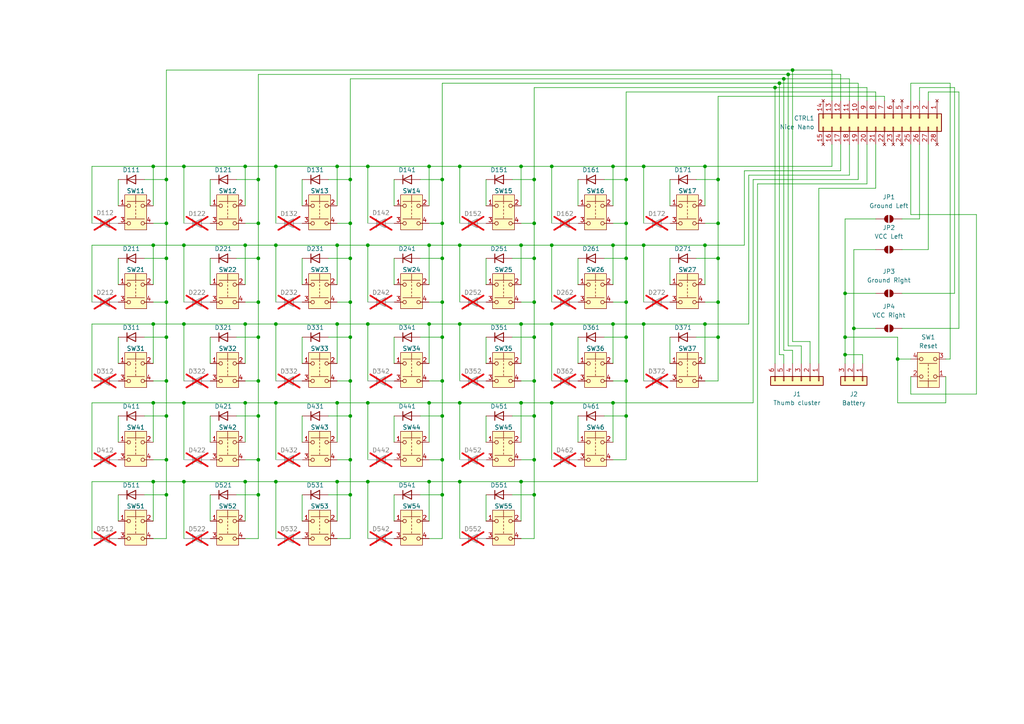
<source format=kicad_sch>
(kicad_sch (version 20231120) (generator "eeschema") (generator_version "8.0")
  (paper "A4")
  (title_block (title "Strannik keyboard main TH") (date "2024-04-29") (rev "0") (comment 2 "Cemen Istomin") (comment 3 "Main PCB for through-hole components with Hot Swap"))
  (junction (at 48.26 97.79))
  (junction (at 48.26 52.07))
  (junction (at 154.94 97.79))
  (junction (at 124.46 139.7))
  (junction (at 106.68 93.98))
  (junction (at 226.06 24.13))
  (junction (at 133.35 71.12))
  (junction (at 204.47 71.12))
  (junction (at 151.13 116.84))
  (junction (at 48.26 64.77))
  (junction (at 71.12 93.98))
  (junction (at 80.01 139.7))
  (junction (at 208.28 74.93))
  (junction (at 151.13 48.26))
  (junction (at 97.79 48.26))
  (junction (at 71.12 71.12))
  (junction (at 154.94 74.93))
  (junction (at 44.45 48.26))
  (junction (at 177.8 116.84))
  (junction (at 74.93 52.07))
  (junction (at 74.93 143.51))
  (junction (at 208.28 87.63))
  (junction (at 151.13 93.98))
  (junction (at 106.68 139.7))
  (junction (at 48.26 143.51))
  (junction (at 245.11 102.87))
  (junction (at 124.46 93.98))
  (junction (at 181.61 52.07))
  (junction (at 133.35 139.7))
  (junction (at 124.46 71.12))
  (junction (at 160.02 48.26))
  (junction (at 44.45 116.84))
  (junction (at 204.47 93.98))
  (junction (at 154.94 120.65))
  (junction (at 71.12 48.26))
  (junction (at 124.46 48.26))
  (junction (at 245.11 85.09))
  (junction (at 128.27 74.93))
  (junction (at 106.68 116.84))
  (junction (at 128.27 97.79))
  (junction (at 151.13 71.12))
  (junction (at 181.61 97.79))
  (junction (at 227.33 22.86))
  (junction (at 160.02 116.84))
  (junction (at 154.94 143.51))
  (junction (at 208.28 52.07))
  (junction (at 53.34 116.84))
  (junction (at 97.79 139.7))
  (junction (at 74.93 87.63))
  (junction (at 181.61 74.93))
  (junction (at 181.61 110.49))
  (junction (at 154.94 87.63))
  (junction (at 128.27 64.77))
  (junction (at 208.28 97.79))
  (junction (at 154.94 133.35))
  (junction (at 154.94 110.49))
  (junction (at 74.93 110.49))
  (junction (at 101.6 120.65))
  (junction (at 101.6 64.77))
  (junction (at 154.94 52.07))
  (junction (at 44.45 71.12))
  (junction (at 128.27 52.07))
  (junction (at 80.01 48.26))
  (junction (at 177.8 93.98))
  (junction (at 106.68 48.26))
  (junction (at 186.69 48.26))
  (junction (at 53.34 139.7))
  (junction (at 177.8 48.26))
  (junction (at 204.47 48.26))
  (junction (at 181.61 64.77))
  (junction (at 181.61 87.63))
  (junction (at 101.6 97.79))
  (junction (at 74.93 97.79))
  (junction (at 208.28 64.77))
  (junction (at 154.94 64.77))
  (junction (at 71.12 139.7))
  (junction (at 44.45 139.7))
  (junction (at 74.93 74.93))
  (junction (at 80.01 116.84))
  (junction (at 48.26 110.49))
  (junction (at 133.35 48.26))
  (junction (at 224.79 25.4))
  (junction (at 48.26 74.93))
  (junction (at 44.45 93.98))
  (junction (at 128.27 143.51))
  (junction (at 48.26 133.35))
  (junction (at 101.6 143.51))
  (junction (at 151.13 139.7))
  (junction (at 128.27 133.35))
  (junction (at 53.34 48.26))
  (junction (at 101.6 74.93))
  (junction (at 133.35 93.98))
  (junction (at 48.26 120.65))
  (junction (at 245.11 97.79))
  (junction (at 186.69 93.98))
  (junction (at 53.34 93.98))
  (junction (at 74.93 64.77))
  (junction (at 229.87 20.32))
  (junction (at 101.6 110.49))
  (junction (at 228.6 21.59))
  (junction (at 128.27 120.65))
  (junction (at 97.79 93.98))
  (junction (at 74.93 120.65))
  (junction (at 128.27 87.63))
  (junction (at 97.79 116.84))
  (junction (at 71.12 116.84))
  (junction (at 181.61 120.65))
  (junction (at 53.34 71.12))
  (junction (at 128.27 110.49))
  (junction (at 80.01 71.12))
  (junction (at 74.93 133.35))
  (junction (at 97.79 71.12))
  (junction (at 160.02 71.12))
  (junction (at 80.01 93.98))
  (junction (at 101.6 87.63))
  (junction (at 247.65 95.25))
  (junction (at 177.8 71.12))
  (junction (at 133.35 116.84))
  (junction (at 260.35 104.14))
  (junction (at 48.26 87.63))
  (junction (at 124.46 116.84))
  (junction (at 186.69 71.12))
  (junction (at 106.68 71.12))
  (junction (at 101.6 52.07))
  (junction (at 160.02 93.98))
  (junction (at 101.6 133.35))
  (wire (pts (xy 34.29 97.79) (xy 34.29 105.41)))
  (wire (pts (xy 232.41 100.33) (xy 228.6 100.33)))
  (wire (pts (xy 133.35 48.26) (xy 151.13 48.26)))
  (wire (pts (xy 26.67 139.7) (xy 44.45 139.7)))
  (wire (pts (xy 148.59 52.07) (xy 154.94 52.07)))
  (wire (pts (xy 80.01 139.7) (xy 97.79 139.7)))
  (wire (pts (xy 254 29.21) (xy 254 26.67)))
  (wire (pts (xy 181.61 120.65) (xy 181.61 133.35)))
  (wire (pts (xy 53.34 139.7) (xy 71.12 139.7)))
  (wire (pts (xy 154.94 74.93) (xy 154.94 87.63)))
  (wire (pts (xy 121.92 97.79) (xy 128.27 97.79)))
  (wire (pts (xy 53.34 116.84) (xy 53.34 133.35)))
  (wire (pts (xy 140.97 143.51) (xy 140.97 151.13)))
  (wire (pts (xy 124.46 156.21) (xy 128.27 156.21)))
  (wire (pts (xy 48.26 20.32) (xy 229.87 20.32)))
  (wire (pts (xy 154.94 25.4) (xy 154.94 52.07)))
  (wire (pts (xy 44.45 93.98) (xy 53.34 93.98)))
  (wire (pts (xy 276.86 25.4) (xy 266.7 25.4)))
  (wire (pts (xy 151.13 93.98) (xy 160.02 93.98)))
  (wire (pts (xy 278.13 95.25) (xy 278.13 26.67)))
  (wire (pts (xy 48.26 74.93) (xy 48.26 87.63)))
  (wire (pts (xy 121.92 120.65) (xy 128.27 120.65)))
  (wire (pts (xy 97.79 133.35) (xy 101.6 133.35)))
  (wire (pts (xy 26.67 116.84) (xy 44.45 116.84)))
  (wire (pts (xy 275.59 24.13) (xy 275.59 104.14)))
  (wire (pts (xy 177.8 71.12) (xy 186.69 71.12)))
  (wire (pts (xy 140.97 52.07) (xy 140.97 59.69)))
  (wire (pts (xy 151.13 48.26) (xy 151.13 59.69)))
  (wire (pts (xy 34.29 74.93) (xy 34.29 82.55)))
  (wire (pts (xy 114.3 120.65) (xy 114.3 128.27)))
  (wire (pts (xy 48.26 64.77) (xy 48.26 74.93)))
  (wire (pts (xy 44.45 48.26) (xy 53.34 48.26)))
  (wire (pts (xy 274.32 104.14) (xy 275.59 104.14)))
  (wire (pts (xy 71.12 93.98) (xy 80.01 93.98)))
  (wire (pts (xy 151.13 48.26) (xy 160.02 48.26)))
  (wire (pts (xy 266.7 25.4) (xy 266.7 29.21)))
  (wire (pts (xy 175.26 120.65) (xy 181.61 120.65)))
  (wire (pts (xy 53.34 139.7) (xy 53.34 156.21)))
  (wire (pts (xy 224.79 25.4) (xy 224.79 105.41)))
  (wire (pts (xy 181.61 26.67) (xy 254 26.67)))
  (wire (pts (xy 269.24 41.91) (xy 269.24 72.39)))
  (wire (pts (xy 248.92 29.21) (xy 248.92 24.13)))
  (wire (pts (xy 148.59 120.65) (xy 154.94 120.65)))
  (wire (pts (xy 48.26 133.35) (xy 48.26 143.51)))
  (wire (pts (xy 160.02 116.84) (xy 177.8 116.84)))
  (wire (pts (xy 128.27 110.49) (xy 128.27 120.65)))
  (wire (pts (xy 80.01 93.98) (xy 97.79 93.98)))
  (wire (pts (xy 101.6 22.86) (xy 101.6 52.07)))
  (wire (pts (xy 121.92 143.51) (xy 128.27 143.51)))
  (wire (pts (xy 71.12 116.84) (xy 80.01 116.84)))
  (wire (pts (xy 151.13 93.98) (xy 151.13 105.41)))
  (wire (pts (xy 44.45 105.41) (xy 44.45 93.98)))
  (wire (pts (xy 128.27 97.79) (xy 128.27 110.49)))
  (wire (pts (xy 128.27 120.65) (xy 128.27 133.35)))
  (wire (pts (xy 181.61 110.49) (xy 181.61 120.65)))
  (wire (pts (xy 97.79 71.12) (xy 106.68 71.12)))
  (wire (pts (xy 53.34 71.12) (xy 71.12 71.12)))
  (wire (pts (xy 26.67 93.98) (xy 44.45 93.98)))
  (wire (pts (xy 154.94 110.49) (xy 154.94 120.65)))
  (wire (pts (xy 87.63 74.93) (xy 87.63 82.55)))
  (wire (pts (xy 245.11 63.5) (xy 254 63.5)))
  (wire (pts (xy 74.93 87.63) (xy 74.93 97.79)))
  (wire (pts (xy 106.68 93.98) (xy 106.68 110.49)))
  (wire (pts (xy 151.13 139.7) (xy 219.71 139.7)))
  (wire (pts (xy 177.8 59.69) (xy 177.8 48.26)))
  (wire (pts (xy 71.12 71.12) (xy 71.12 82.55)))
  (wire (pts (xy 87.63 97.79) (xy 87.63 105.41)))
  (wire (pts (xy 97.79 156.21) (xy 101.6 156.21)))
  (wire (pts (xy 160.02 48.26) (xy 177.8 48.26)))
  (wire (pts (xy 160.02 116.84) (xy 160.02 133.35)))
  (wire (pts (xy 124.46 133.35) (xy 128.27 133.35)))
  (wire (pts (xy 204.47 59.69) (xy 204.47 48.26)))
  (wire (pts (xy 128.27 24.13) (xy 226.06 24.13)))
  (wire (pts (xy 177.8 48.26) (xy 186.69 48.26)))
  (wire (pts (xy 87.63 143.51) (xy 87.63 151.13)))
  (wire (pts (xy 154.94 120.65) (xy 154.94 133.35)))
  (wire (pts (xy 177.8 93.98) (xy 186.69 93.98)))
  (wire (pts (xy 151.13 71.12) (xy 160.02 71.12)))
  (wire (pts (xy 274.32 116.84) (xy 260.35 116.84)))
  (wire (pts (xy 44.45 87.63) (xy 48.26 87.63)))
  (wire (pts (xy 74.93 120.65) (xy 74.93 133.35)))
  (wire (pts (xy 106.68 139.7) (xy 124.46 139.7)))
  (wire (pts (xy 80.01 71.12) (xy 97.79 71.12)))
  (wire (pts (xy 106.68 48.26) (xy 106.68 64.77)))
  (wire (pts (xy 124.46 64.77) (xy 128.27 64.77)))
  (wire (pts (xy 264.16 114.3) (xy 283.21 114.3)))
  (wire (pts (xy 260.35 97.79) (xy 245.11 97.79)))
  (wire (pts (xy 229.87 105.41) (xy 229.87 101.6)))
  (wire (pts (xy 154.94 64.77) (xy 154.94 74.93)))
  (wire (pts (xy 34.29 120.65) (xy 34.29 128.27)))
  (wire (pts (xy 128.27 74.93) (xy 128.27 87.63)))
  (wire (pts (xy 106.68 71.12) (xy 106.68 87.63)))
  (wire (pts (xy 133.35 93.98) (xy 133.35 110.49)))
  (wire (pts (xy 68.58 97.79) (xy 74.93 97.79)))
  (wire (pts (xy 124.46 105.41) (xy 124.46 93.98)))
  (wire (pts (xy 74.93 143.51) (xy 74.93 156.21)))
  (wire (pts (xy 97.79 93.98) (xy 106.68 93.98)))
  (wire (pts (xy 186.69 71.12) (xy 204.47 71.12)))
  (wire (pts (xy 250.19 102.87) (xy 245.11 102.87)))
  (wire (pts (xy 247.65 72.39) (xy 247.65 95.25)))
  (wire (pts (xy 215.9 49.53) (xy 215.9 71.12)))
  (wire (pts (xy 71.12 116.84) (xy 71.12 128.27)))
  (wire (pts (xy 68.58 74.93) (xy 74.93 74.93)))
  (wire (pts (xy 124.46 59.69) (xy 124.46 48.26)))
  (wire (pts (xy 264.16 109.22) (xy 264.16 114.3)))
  (wire (pts (xy 101.6 22.86) (xy 227.33 22.86)))
  (wire (pts (xy 186.69 48.26) (xy 186.69 64.77)))
  (wire (pts (xy 177.8 105.41) (xy 177.8 93.98)))
  (wire (pts (xy 245.11 102.87) (xy 245.11 97.79)))
  (wire (pts (xy 106.68 71.12) (xy 124.46 71.12)))
  (wire (pts (xy 74.93 133.35) (xy 74.93 143.51)))
  (wire (pts (xy 121.92 74.93) (xy 128.27 74.93)))
  (wire (pts (xy 97.79 87.63) (xy 101.6 87.63)))
  (wire (pts (xy 114.3 97.79) (xy 114.3 105.41)))
  (wire (pts (xy 181.61 87.63) (xy 181.61 97.79)))
  (wire (pts (xy 248.92 41.91) (xy 248.92 52.07)))
  (wire (pts (xy 97.79 48.26) (xy 106.68 48.26)))
  (wire (pts (xy 97.79 151.13) (xy 97.79 139.7)))
  (wire (pts (xy 241.3 20.32) (xy 241.3 29.21)))
  (wire (pts (xy 44.45 116.84) (xy 53.34 116.84)))
  (wire (pts (xy 71.12 110.49) (xy 74.93 110.49)))
  (wire (pts (xy 243.84 49.53) (xy 215.9 49.53)))
  (wire (pts (xy 95.25 74.93) (xy 101.6 74.93)))
  (wire (pts (xy 68.58 52.07) (xy 74.93 52.07)))
  (wire (pts (xy 151.13 156.21) (xy 154.94 156.21)))
  (wire (pts (xy 101.6 87.63) (xy 101.6 97.79)))
  (wire (pts (xy 234.95 99.06) (xy 229.87 99.06)))
  (wire (pts (xy 101.6 64.77) (xy 101.6 74.93)))
  (wire (pts (xy 48.26 97.79) (xy 48.26 110.49)))
  (wire (pts (xy 140.97 120.65) (xy 140.97 128.27)))
  (wire (pts (xy 154.94 25.4) (xy 224.79 25.4)))
  (wire (pts (xy 154.94 87.63) (xy 154.94 97.79)))
  (wire (pts (xy 224.79 25.4) (xy 251.46 25.4)))
  (wire (pts (xy 44.45 110.49) (xy 48.26 110.49)))
  (wire (pts (xy 44.45 133.35) (xy 48.26 133.35)))
  (wire (pts (xy 48.26 20.32) (xy 48.26 52.07)))
  (wire (pts (xy 133.35 139.7) (xy 133.35 156.21)))
  (wire (pts (xy 260.35 104.14) (xy 260.35 116.84)))
  (wire (pts (xy 68.58 120.65) (xy 74.93 120.65)))
  (wire (pts (xy 124.46 48.26) (xy 133.35 48.26)))
  (wire (pts (xy 74.93 110.49) (xy 74.93 120.65)))
  (wire (pts (xy 44.45 59.69) (xy 44.45 48.26)))
  (wire (pts (xy 80.01 71.12) (xy 80.01 87.63)))
  (wire (pts (xy 41.91 97.79) (xy 48.26 97.79)))
  (wire (pts (xy 44.45 156.21) (xy 48.26 156.21)))
  (wire (pts (xy 97.79 139.7) (xy 106.68 139.7)))
  (wire (pts (xy 177.8 82.55) (xy 177.8 71.12)))
  (wire (pts (xy 74.93 64.77) (xy 74.93 74.93)))
  (wire (pts (xy 133.35 93.98) (xy 151.13 93.98)))
  (wire (pts (xy 26.67 71.12) (xy 26.67 87.63)))
  (wire (pts (xy 87.63 52.07) (xy 87.63 59.69)))
  (wire (pts (xy 151.13 64.77) (xy 154.94 64.77)))
  (wire (pts (xy 124.46 87.63) (xy 128.27 87.63)))
  (wire (pts (xy 201.93 97.79) (xy 208.28 97.79)))
  (wire (pts (xy 261.62 85.09) (xy 276.86 85.09)))
  (wire (pts (xy 250.19 105.41) (xy 250.19 102.87)))
  (wire (pts (xy 201.93 74.93) (xy 208.28 74.93)))
  (wire (pts (xy 247.65 95.25) (xy 247.65 105.41)))
  (wire (pts (xy 48.26 52.07) (xy 48.26 64.77)))
  (wire (pts (xy 60.96 52.07) (xy 60.96 59.69)))
  (wire (pts (xy 177.8 128.27) (xy 177.8 116.84)))
  (wire (pts (xy 276.86 85.09) (xy 276.86 25.4)))
  (wire (pts (xy 97.79 59.69) (xy 97.79 48.26)))
  (wire (pts (xy 264.16 24.13) (xy 275.59 24.13)))
  (wire (pts (xy 227.33 105.41) (xy 227.33 102.87)))
  (wire (pts (xy 106.68 116.84) (xy 124.46 116.84)))
  (wire (pts (xy 228.6 21.59) (xy 228.6 100.33)))
  (wire (pts (xy 97.79 110.49) (xy 101.6 110.49)))
  (wire (pts (xy 124.46 110.49) (xy 128.27 110.49)))
  (wire (pts (xy 151.13 133.35) (xy 154.94 133.35)))
  (wire (pts (xy 247.65 72.39) (xy 254 72.39)))
  (wire (pts (xy 124.46 139.7) (xy 133.35 139.7)))
  (wire (pts (xy 48.26 120.65) (xy 48.26 133.35)))
  (wire (pts (xy 167.64 52.07) (xy 167.64 59.69)))
  (wire (pts (xy 248.92 52.07) (xy 218.44 52.07)))
  (wire (pts (xy 243.84 41.91) (xy 243.84 49.53)))
  (wire (pts (xy 154.94 97.79) (xy 154.94 110.49)))
  (wire (pts (xy 44.45 64.77) (xy 48.26 64.77)))
  (wire (pts (xy 133.35 71.12) (xy 151.13 71.12)))
  (wire (pts (xy 124.46 71.12) (xy 133.35 71.12)))
  (wire (pts (xy 181.61 26.67) (xy 181.61 52.07)))
  (wire (pts (xy 128.27 87.63) (xy 128.27 97.79)))
  (wire (pts (xy 208.28 27.94) (xy 256.54 27.94)))
  (wire (pts (xy 204.47 82.55) (xy 204.47 71.12)))
  (wire (pts (xy 101.6 120.65) (xy 101.6 133.35)))
  (wire (pts (xy 97.79 64.77) (xy 101.6 64.77)))
  (wire (pts (xy 41.91 143.51) (xy 48.26 143.51)))
  (wire (pts (xy 53.34 48.26) (xy 53.34 64.77)))
  (wire (pts (xy 26.67 93.98) (xy 26.67 110.49)))
  (wire (pts (xy 151.13 87.63) (xy 154.94 87.63)))
  (wire (pts (xy 228.6 21.59) (xy 243.84 21.59)))
  (wire (pts (xy 133.35 116.84) (xy 133.35 133.35)))
  (wire (pts (xy 148.59 74.93) (xy 154.94 74.93)))
  (wire (pts (xy 245.11 105.41) (xy 245.11 102.87)))
  (wire (pts (xy 251.46 41.91) (xy 251.46 53.34)))
  (wire (pts (xy 26.67 116.84) (xy 26.67 133.35)))
  (wire (pts (xy 246.38 22.86) (xy 246.38 29.21)))
  (wire (pts (xy 208.28 52.07) (xy 208.28 64.77)))
  (wire (pts (xy 106.68 48.26) (xy 124.46 48.26)))
  (wire (pts (xy 177.8 110.49) (xy 181.61 110.49)))
  (wire (pts (xy 160.02 71.12) (xy 177.8 71.12)))
  (wire (pts (xy 181.61 64.77) (xy 181.61 74.93)))
  (wire (pts (xy 71.12 139.7) (xy 80.01 139.7)))
  (wire (pts (xy 201.93 52.07) (xy 208.28 52.07)))
  (wire (pts (xy 114.3 74.93) (xy 114.3 82.55)))
  (wire (pts (xy 121.92 52.07) (xy 128.27 52.07)))
  (wire (pts (xy 60.96 97.79) (xy 60.96 105.41)))
  (wire (pts (xy 208.28 87.63) (xy 208.28 97.79)))
  (wire (pts (xy 151.13 110.49) (xy 154.94 110.49)))
  (wire (pts (xy 204.47 93.98) (xy 217.17 93.98)))
  (wire (pts (xy 48.26 110.49) (xy 48.26 120.65)))
  (wire (pts (xy 71.12 87.63) (xy 74.93 87.63)))
  (wire (pts (xy 181.61 52.07) (xy 181.61 64.77)))
  (wire (pts (xy 154.94 133.35) (xy 154.94 143.51)))
  (wire (pts (xy 34.29 52.07) (xy 34.29 59.69)))
  (wire (pts (xy 71.12 48.26) (xy 71.12 59.69)))
  (wire (pts (xy 241.3 41.91) (xy 241.3 48.26)))
  (wire (pts (xy 208.28 64.77) (xy 208.28 74.93)))
  (wire (pts (xy 74.93 21.59) (xy 74.93 52.07)))
  (wire (pts (xy 53.34 71.12) (xy 53.34 87.63)))
  (wire (pts (xy 204.47 110.49) (xy 208.28 110.49)))
  (wire (pts (xy 74.93 74.93) (xy 74.93 87.63)))
  (wire (pts (xy 226.06 24.13) (xy 248.92 24.13)))
  (wire (pts (xy 151.13 116.84) (xy 151.13 128.27)))
  (wire (pts (xy 151.13 71.12) (xy 151.13 82.55)))
  (wire (pts (xy 44.45 71.12) (xy 44.45 82.55)))
  (wire (pts (xy 204.47 64.77) (xy 208.28 64.77)))
  (wire (pts (xy 53.34 48.26) (xy 71.12 48.26)))
  (wire (pts (xy 194.31 97.79) (xy 194.31 105.41)))
  (wire (pts (xy 95.25 120.65) (xy 101.6 120.65)))
  (wire (pts (xy 34.29 143.51) (xy 34.29 151.13)))
  (wire (pts (xy 74.93 52.07) (xy 74.93 64.77)))
  (wire (pts (xy 26.67 48.26) (xy 26.67 64.77)))
  (wire (pts (xy 80.01 48.26) (xy 80.01 64.77)))
  (wire (pts (xy 269.24 72.39) (xy 261.62 72.39)))
  (wire (pts (xy 124.46 151.13) (xy 124.46 139.7)))
  (wire (pts (xy 177.8 87.63) (xy 181.61 87.63)))
  (wire (pts (xy 217.17 50.8) (xy 217.17 93.98)))
  (wire (pts (xy 71.12 139.7) (xy 71.12 151.13)))
  (wire (pts (xy 204.47 87.63) (xy 208.28 87.63)))
  (wire (pts (xy 95.25 143.51) (xy 101.6 143.51)))
  (wire (pts (xy 124.46 116.84) (xy 133.35 116.84)))
  (wire (pts (xy 44.45 151.13) (xy 44.45 139.7)))
  (wire (pts (xy 219.71 53.34) (xy 219.71 139.7)))
  (wire (pts (xy 229.87 20.32) (xy 229.87 99.06)))
  (wire (pts (xy 106.68 139.7) (xy 106.68 156.21)))
  (wire (pts (xy 128.27 24.13) (xy 128.27 52.07)))
  (wire (pts (xy 133.35 48.26) (xy 133.35 64.77)))
  (wire (pts (xy 148.59 97.79) (xy 154.94 97.79)))
  (wire (pts (xy 245.11 85.09) (xy 245.11 63.5)))
  (wire (pts (xy 229.87 20.32) (xy 241.3 20.32)))
  (wire (pts (xy 160.02 71.12) (xy 160.02 87.63)))
  (wire (pts (xy 48.26 143.51) (xy 48.26 156.21)))
  (wire (pts (xy 151.13 116.84) (xy 160.02 116.84)))
  (wire (pts (xy 133.35 116.84) (xy 151.13 116.84)))
  (wire (pts (xy 208.28 97.79) (xy 208.28 110.49)))
  (wire (pts (xy 80.01 48.26) (xy 97.79 48.26)))
  (wire (pts (xy 106.68 93.98) (xy 124.46 93.98)))
  (wire (pts (xy 80.01 93.98) (xy 80.01 110.49)))
  (wire (pts (xy 167.64 120.65) (xy 167.64 128.27)))
  (wire (pts (xy 227.33 102.87) (xy 226.06 102.87)))
  (wire (pts (xy 245.11 85.09) (xy 254 85.09)))
  (wire (pts (xy 95.25 52.07) (xy 101.6 52.07)))
  (wire (pts (xy 186.69 93.98) (xy 186.69 110.49)))
  (wire (pts (xy 133.35 139.7) (xy 151.13 139.7)))
  (wire (pts (xy 160.02 48.26) (xy 160.02 64.77)))
  (wire (pts (xy 261.62 63.5) (xy 266.7 63.5)))
  (wire (pts (xy 160.02 93.98) (xy 160.02 110.49)))
  (wire (pts (xy 80.01 139.7) (xy 80.01 156.21)))
  (wire (pts (xy 256.54 29.21) (xy 256.54 27.94)))
  (wire (pts (xy 181.61 97.79) (xy 181.61 110.49)))
  (wire (pts (xy 44.45 71.12) (xy 53.34 71.12)))
  (wire (pts (xy 71.12 48.26) (xy 80.01 48.26)))
  (wire (pts (xy 260.35 104.14) (xy 264.16 104.14)))
  (wire (pts (xy 227.33 22.86) (xy 246.38 22.86)))
  (wire (pts (xy 71.12 156.21) (xy 74.93 156.21)))
  (wire (pts (xy 175.26 52.07) (xy 181.61 52.07)))
  (wire (pts (xy 167.64 97.79) (xy 167.64 105.41)))
  (wire (pts (xy 97.79 105.41) (xy 97.79 93.98)))
  (wire (pts (xy 60.96 74.93) (xy 60.96 82.55)))
  (wire (pts (xy 101.6 52.07) (xy 101.6 64.77)))
  (wire (pts (xy 26.67 48.26) (xy 44.45 48.26)))
  (wire (pts (xy 261.62 95.25) (xy 278.13 95.25)))
  (wire (pts (xy 204.47 48.26) (xy 241.3 48.26)))
  (wire (pts (xy 60.96 143.51) (xy 60.96 151.13)))
  (wire (pts (xy 237.49 105.41) (xy 237.49 54.61)))
  (wire (pts (xy 71.12 93.98) (xy 71.12 105.41)))
  (wire (pts (xy 53.34 93.98) (xy 53.34 110.49)))
  (wire (pts (xy 60.96 120.65) (xy 60.96 128.27)))
  (wire (pts (xy 80.01 116.84) (xy 80.01 133.35)))
  (wire (pts (xy 208.28 27.94) (xy 208.28 52.07)))
  (wire (pts (xy 186.69 71.12) (xy 186.69 87.63)))
  (wire (pts (xy 48.26 87.63) (xy 48.26 97.79)))
  (wire (pts (xy 177.8 116.84) (xy 218.44 116.84)))
  (wire (pts (xy 87.63 120.65) (xy 87.63 128.27)))
  (wire (pts (xy 160.02 93.98) (xy 177.8 93.98)))
  (wire (pts (xy 124.46 93.98) (xy 133.35 93.98)))
  (wire (pts (xy 254 54.61) (xy 254 41.91)))
  (wire (pts (xy 251.46 53.34) (xy 219.71 53.34)))
  (wire (pts (xy 140.97 74.93) (xy 140.97 82.55)))
  (wire (pts (xy 101.6 110.49) (xy 101.6 120.65)))
  (wire (pts (xy 243.84 21.59) (xy 243.84 29.21)))
  (wire (pts (xy 232.41 105.41) (xy 232.41 100.33)))
  (wire (pts (xy 186.69 93.98) (xy 204.47 93.98)))
  (wire (pts (xy 128.27 133.35) (xy 128.27 143.51)))
  (wire (pts (xy 53.34 116.84) (xy 71.12 116.84)))
  (wire (pts (xy 71.12 71.12) (xy 80.01 71.12)))
  (wire (pts (xy 175.26 74.93) (xy 181.61 74.93)))
  (wire (pts (xy 114.3 143.51) (xy 114.3 151.13)))
  (wire (pts (xy 264.16 41.91) (xy 264.16 62.23)))
  (wire (pts (xy 101.6 97.79) (xy 101.6 110.49)))
  (wire (pts (xy 124.46 116.84) (xy 124.46 128.27)))
  (wire (pts (xy 154.94 52.07) (xy 154.94 64.77)))
  (wire (pts (xy 128.27 143.51) (xy 128.27 156.21)))
  (wire (pts (xy 218.44 52.07) (xy 218.44 116.84)))
  (wire (pts (xy 140.97 97.79) (xy 140.97 105.41)))
  (wire (pts (xy 106.68 116.84) (xy 106.68 133.35)))
  (wire (pts (xy 246.38 50.8) (xy 217.17 50.8)))
  (wire (pts (xy 128.27 64.77) (xy 128.27 74.93)))
  (wire (pts (xy 154.94 143.51) (xy 154.94 156.21)))
  (wire (pts (xy 148.59 143.51) (xy 154.94 143.51)))
  (wire (pts (xy 71.12 133.35) (xy 74.93 133.35)))
  (wire (pts (xy 95.25 97.79) (xy 101.6 97.79)))
  (wire (pts (xy 53.34 93.98) (xy 71.12 93.98)))
  (wire (pts (xy 74.93 21.59) (xy 228.6 21.59)))
  (wire (pts (xy 97.79 128.27) (xy 97.79 116.84)))
  (wire (pts (xy 175.26 97.79) (xy 181.61 97.79)))
  (wire (pts (xy 26.67 139.7) (xy 26.67 156.21)))
  (wire (pts (xy 204.47 105.41) (xy 204.47 93.98)))
  (wire (pts (xy 246.38 41.91) (xy 246.38 50.8)))
  (wire (pts (xy 97.79 116.84) (xy 106.68 116.84)))
  (wire (pts (xy 101.6 133.35) (xy 101.6 143.51)))
  (wire (pts (xy 247.65 95.25) (xy 254 95.25)))
  (wire (pts (xy 269.24 26.67) (xy 269.24 29.21)))
  (wire (pts (xy 204.47 71.12) (xy 215.9 71.12)))
  (wire (pts (xy 229.87 101.6) (xy 227.33 101.6)))
  (wire (pts (xy 245.11 97.79) (xy 245.11 85.09)))
  (wire (pts (xy 74.93 97.79) (xy 74.93 110.49)))
  (wire (pts (xy 237.49 54.61) (xy 254 54.61)))
  (wire (pts (xy 151.13 139.7) (xy 151.13 151.13)))
  (wire (pts (xy 177.8 64.77) (xy 181.61 64.77)))
  (wire (pts (xy 227.33 22.86) (xy 227.33 101.6)))
  (wire (pts (xy 97.79 82.55) (xy 97.79 71.12)))
  (wire (pts (xy 68.58 143.51) (xy 74.93 143.51)))
  (wire (pts (xy 80.01 116.84) (xy 97.79 116.84)))
  (wire (pts (xy 133.35 71.12) (xy 133.35 87.63)))
  (wire (pts (xy 234.95 105.41) (xy 234.95 99.06)))
  (wire (pts (xy 260.35 97.79) (xy 260.35 104.14)))
  (wire (pts (xy 186.69 48.26) (xy 204.47 48.26)))
  (wire (pts (xy 101.6 143.51) (xy 101.6 156.21)))
  (wire (pts (xy 181.61 74.93) (xy 181.61 87.63)))
  (wire (pts (xy 124.46 71.12) (xy 124.46 82.55)))
  (wire (pts (xy 41.91 120.65) (xy 48.26 120.65)))
  (wire (pts (xy 266.7 41.91) (xy 266.7 63.5)))
  (wire (pts (xy 283.21 62.23) (xy 283.21 114.3)))
  (wire (pts (xy 177.8 133.35) (xy 181.61 133.35)))
  (wire (pts (xy 44.45 116.84) (xy 44.45 128.27)))
  (wire (pts (xy 101.6 74.93) (xy 101.6 87.63)))
  (wire (pts (xy 44.45 139.7) (xy 53.34 139.7)))
  (wire (pts (xy 41.91 52.07) (xy 48.26 52.07)))
  (wire (pts (xy 26.67 71.12) (xy 44.45 71.12)))
  (wire (pts (xy 264.16 62.23) (xy 283.21 62.23)))
  (wire (pts (xy 128.27 52.07) (xy 128.27 64.77)))
  (wire (pts (xy 264.16 29.21) (xy 264.16 24.13)))
  (wire (pts (xy 114.3 52.07) (xy 114.3 59.69)))
  (wire (pts (xy 194.31 74.93) (xy 194.31 82.55)))
  (wire (pts (xy 274.32 109.22) (xy 274.32 116.84)))
  (wire (pts (xy 226.06 24.13) (xy 226.06 102.87)))
  (wire (pts (xy 278.13 26.67) (xy 269.24 26.67)))
  (wire (pts (xy 71.12 64.77) (xy 74.93 64.77)))
  (wire (pts (xy 194.31 52.07) (xy 194.31 59.69)))
  (wire (pts (xy 167.64 74.93) (xy 167.64 82.55)))
  (wire (pts (xy 208.28 74.93) (xy 208.28 87.63)))
  (wire (pts (xy 251.46 29.21) (xy 251.46 25.4)))
  (wire (pts (xy 41.91 74.93) (xy 48.26 74.93)))
  (symbol (lib_id "Switch:SW_Push_Dual") (at 66.04 153.67 0) (unit 1)
    (property "Reference" "SW52" (at 66.04 146.812 0))
    (property "Value" "SW_Push_Dual" (effects (hide yes)))
    (property "Footprint" "Keyswitches:Kailh_socket_PG1350_reversible" (effects (hide yes)))
    (property "Description" "Push button switch, generic, symbol, four pins" (effects (hide yes)))
  )
  (symbol (lib_id "Diode:1N4148") (at 57.15 110.49 0) (unit 1) (dnp yes)
    (property "Reference" "D322" (at 57.15 107.696 0))
    (property "Value" "1N4148" (effects (hide yes)))
    (property "Footprint" "Diode_THT:D_DO-35_SOD27_P7.62mm_Horizontal" (effects (hide yes)))
    (property "Datasheet" "https://assets.nexperia.com/documents/data-sheet/1N4148_1N4448.pdf" (effects (hide yes)))
    (property "Description" "100V 0.15A standard switching diode, DO-35" (effects (hide yes)))
    (property "Sim.Device" "D" (effects (hide yes)))
    (property "Sim.Pins" "1=K 2=A" (effects (hide yes)))
  )
  (symbol (lib_id "Switch:SW_Push_Dual") (at 172.72 107.95 0) (unit 1)
    (property "Reference" "SW36" (at 172.72 101.092 0))
    (property "Value" "SW_Push_Dual" (effects (hide yes)))
    (property "Footprint" "Keyswitches:Kailh_socket_PG1350_reversible" (effects (hide yes)))
    (property "Description" "Push button switch, generic, symbol, four pins" (effects (hide yes)))
  )
  (symbol (lib_id "Diode:1N4148") (at 110.49 133.35 0) (unit 1) (dnp yes)
    (property "Reference" "D442" (at 110.49 130.556 0))
    (property "Value" "1N4148" (effects (hide yes)))
    (property "Footprint" "Diode_THT:D_DO-35_SOD27_P7.62mm_Horizontal" (effects (hide yes)))
    (property "Datasheet" "https://assets.nexperia.com/documents/data-sheet/1N4148_1N4448.pdf" (effects (hide yes)))
    (property "Description" "100V 0.15A standard switching diode, DO-35" (effects (hide yes)))
    (property "Sim.Device" "D" (effects (hide yes)))
    (property "Sim.Pins" "1=K 2=A" (effects (hide yes)))
  )
  (symbol (lib_id "Diode:1N4148") (at 30.48 64.77 0) (unit 1) (dnp yes)
    (property "Reference" "D112" (at 30.48 61.722 0))
    (property "Value" "1N4148" (effects (hide yes)))
    (property "Footprint" "Diode_THT:D_DO-35_SOD27_P7.62mm_Horizontal" (effects (hide yes)))
    (property "Datasheet" "https://assets.nexperia.com/documents/data-sheet/1N4148_1N4448.pdf" (effects (hide yes)))
    (property "Description" "100V 0.15A standard switching diode, DO-35" (effects (hide yes)))
    (property "Sim.Device" "D" (effects (hide yes)))
    (property "Sim.Pins" "1=K 2=A" (effects (hide yes)))
  )
  (symbol (lib_id "Diode:1N4148") (at 171.45 74.93 0) (unit 1)
    (property "Reference" "D261" (at 171.45 72.136 0))
    (property "Value" "1N4148" (effects (hide yes)))
    (property "Footprint" "Diode_THT:D_DO-35_SOD27_P7.62mm_Horizontal" (effects (hide yes)))
    (property "Datasheet" "https://assets.nexperia.com/documents/data-sheet/1N4148_1N4448.pdf" (effects (hide yes)))
    (property "Description" "100V 0.15A standard switching diode, DO-35" (effects (hide yes)))
    (property "Sim.Device" "D" (effects (hide yes)))
    (property "Sim.Pins" "1=K 2=A" (effects (hide yes)))
  )
  (symbol (lib_id "Diode:1N4148") (at 83.82 87.63 0) (unit 1) (dnp yes)
    (property "Reference" "D232" (at 83.82 84.836 0))
    (property "Value" "1N4148" (effects (hide yes)))
    (property "Footprint" "Diode_THT:D_DO-35_SOD27_P7.62mm_Horizontal" (effects (hide yes)))
    (property "Datasheet" "https://assets.nexperia.com/documents/data-sheet/1N4148_1N4448.pdf" (effects (hide yes)))
    (property "Description" "100V 0.15A standard switching diode, DO-35" (effects (hide yes)))
    (property "Sim.Device" "D" (effects (hide yes)))
    (property "Sim.Pins" "1=K 2=A" (effects (hide yes)))
  )
  (symbol (lib_id "Diode:1N4148") (at 83.82 110.49 0) (unit 1) (dnp yes)
    (property "Reference" "D332" (at 83.82 107.696 0))
    (property "Value" "1N4148" (effects (hide yes)))
    (property "Footprint" "Diode_THT:D_DO-35_SOD27_P7.62mm_Horizontal" (effects (hide yes)))
    (property "Datasheet" "https://assets.nexperia.com/documents/data-sheet/1N4148_1N4448.pdf" (effects (hide yes)))
    (property "Description" "100V 0.15A standard switching diode, DO-35" (effects (hide yes)))
    (property "Sim.Device" "D" (effects (hide yes)))
    (property "Sim.Pins" "1=K 2=A" (effects (hide yes)))
  )
  (symbol (lib_id "Switch:SW_Push_Dual") (at 172.72 130.81 0) (unit 1)
    (property "Reference" "SW46" (at 172.72 123.952 0))
    (property "Value" "SW_Push_Dual" (effects (hide yes)))
    (property "Footprint" "Keyswitches:Kailh_socket_PG1350_reversible" (effects (hide yes)))
    (property "Description" "Push button switch, generic, symbol, four pins" (effects (hide yes)))
  )
  (symbol (lib_id "Diode:1N4148") (at 118.11 120.65 0) (unit 1)
    (property "Reference" "D441" (at 118.11 117.856 0))
    (property "Value" "1N4148" (effects (hide yes)))
    (property "Footprint" "Diode_THT:D_DO-35_SOD27_P7.62mm_Horizontal" (effects (hide yes)))
    (property "Datasheet" "https://assets.nexperia.com/documents/data-sheet/1N4148_1N4448.pdf" (effects (hide yes)))
    (property "Description" "100V 0.15A standard switching diode, DO-35" (effects (hide yes)))
    (property "Sim.Device" "D" (effects (hide yes)))
    (property "Sim.Pins" "1=K 2=A" (effects (hide yes)))
  )
  (symbol (lib_id "Diode:1N4148") (at 91.44 120.65 0) (unit 1)
    (property "Reference" "D431" (at 91.44 117.856 0))
    (property "Value" "1N4148" (effects (hide yes)))
    (property "Footprint" "Diode_THT:D_DO-35_SOD27_P7.62mm_Horizontal" (effects (hide yes)))
    (property "Datasheet" "https://assets.nexperia.com/documents/data-sheet/1N4148_1N4448.pdf" (effects (hide yes)))
    (property "Description" "100V 0.15A standard switching diode, DO-35" (effects (hide yes)))
    (property "Sim.Device" "D" (effects (hide yes)))
    (property "Sim.Pins" "1=K 2=A" (effects (hide yes)))
  )
  (symbol (lib_id "Diode:1N4148") (at 190.5 87.63 0) (unit 1) (dnp yes)
    (property "Reference" "D272" (at 190.5 84.836 0))
    (property "Value" "1N4148" (effects (hide yes)))
    (property "Footprint" "Diode_THT:D_DO-35_SOD27_P7.62mm_Horizontal" (effects (hide yes)))
    (property "Datasheet" "https://assets.nexperia.com/documents/data-sheet/1N4148_1N4448.pdf" (effects (hide yes)))
    (property "Description" "100V 0.15A standard switching diode, DO-35" (effects (hide yes)))
    (property "Sim.Device" "D" (effects (hide yes)))
    (property "Sim.Pins" "1=K 2=A" (effects (hide yes)))
  )
  (symbol (lib_id "Diode:1N4148") (at 57.15 87.63 0) (unit 1) (dnp yes)
    (property "Reference" "D222" (at 57.15 84.836 0))
    (property "Value" "1N4148" (effects (hide yes)))
    (property "Footprint" "Diode_THT:D_DO-35_SOD27_P7.62mm_Horizontal" (effects (hide yes)))
    (property "Datasheet" "https://assets.nexperia.com/documents/data-sheet/1N4148_1N4448.pdf" (effects (hide yes)))
    (property "Description" "100V 0.15A standard switching diode, DO-35" (effects (hide yes)))
    (property "Sim.Device" "D" (effects (hide yes)))
    (property "Sim.Pins" "1=K 2=A" (effects (hide yes)))
  )
  (symbol (lib_id "Switch:SW_Push_Dual") (at 199.39 62.23 0) (unit 1)
    (property "Reference" "SW17" (at 199.39 55.372 0))
    (property "Value" "SW_Push_Dual" (effects (hide yes)))
    (property "Footprint" "Keyswitches:Kailh_socket_PG1350_reversible" (effects (hide yes)))
    (property "Description" "Push button switch, generic, symbol, four pins" (effects (hide yes)))
  )
  (symbol (lib_id "Switch:SW_Push_Dual") (at 172.72 85.09 0) (unit 1)
    (property "Reference" "SW26" (at 172.72 78.232 0))
    (property "Value" "SW_Push_Dual" (effects (hide yes)))
    (property "Footprint" "Keyswitches:Kailh_socket_PG1350_reversible" (effects (hide yes)))
    (property "Description" "Push button switch, generic, symbol, four pins" (effects (hide yes)))
  )
  (symbol (lib_id "Switch:SW_Push_Dual") (at 39.37 107.95 0) (unit 1)
    (property "Reference" "SW31" (at 39.37 101.092 0))
    (property "Value" "SW_Push_Dual" (effects (hide yes)))
    (property "Footprint" "Keyswitches:Kailh_socket_PG1350_reversible" (effects (hide yes)))
    (property "Description" "Push button switch, generic, symbol, four pins" (effects (hide yes)))
  )
  (symbol (lib_id "Diode:1N4148") (at 137.16 133.35 0) (unit 1) (dnp yes)
    (property "Reference" "D452" (at 137.16 130.556 0))
    (property "Value" "1N4148" (effects (hide yes)))
    (property "Footprint" "Diode_THT:D_DO-35_SOD27_P7.62mm_Horizontal" (effects (hide yes)))
    (property "Datasheet" "https://assets.nexperia.com/documents/data-sheet/1N4148_1N4448.pdf" (effects (hide yes)))
    (property "Description" "100V 0.15A standard switching diode, DO-35" (effects (hide yes)))
    (property "Sim.Device" "D" (effects (hide yes)))
    (property "Sim.Pins" "1=K 2=A" (effects (hide yes)))
  )
  (symbol (lib_id "Diode:1N4148") (at 30.48 133.35 0) (unit 1) (dnp yes)
    (property "Reference" "D412" (at 30.48 130.556 0))
    (property "Value" "1N4148" (effects (hide yes)))
    (property "Footprint" "Diode_THT:D_DO-35_SOD27_P7.62mm_Horizontal" (effects (hide yes)))
    (property "Datasheet" "https://assets.nexperia.com/documents/data-sheet/1N4148_1N4448.pdf" (effects (hide yes)))
    (property "Description" "100V 0.15A standard switching diode, DO-35" (effects (hide yes)))
    (property "Sim.Device" "D" (effects (hide yes)))
    (property "Sim.Pins" "1=K 2=A" (effects (hide yes)))
  )
  (symbol (lib_id "Switch:SW_Push_Dual") (at 199.39 85.09 0) (unit 1)
    (property "Reference" "SW27" (at 199.39 78.232 0))
    (property "Value" "SW_Push_Dual" (effects (hide yes)))
    (property "Footprint" "Keyswitches:Kailh_socket_PG1350_reversible" (effects (hide yes)))
    (property "Description" "Push button switch, generic, symbol, four pins" (effects (hide yes)))
  )
  (symbol (lib_id "Diode:1N4148") (at 118.11 74.93 0) (unit 1)
    (property "Reference" "D241" (at 118.11 72.136 0))
    (property "Value" "1N4148" (effects (hide yes)))
    (property "Footprint" "Diode_THT:D_DO-35_SOD27_P7.62mm_Horizontal" (effects (hide yes)))
    (property "Datasheet" "https://assets.nexperia.com/documents/data-sheet/1N4148_1N4448.pdf" (effects (hide yes)))
    (property "Description" "100V 0.15A standard switching diode, DO-35" (effects (hide yes)))
    (property "Sim.Device" "D" (effects (hide yes)))
    (property "Sim.Pins" "1=K 2=A" (effects (hide yes)))
  )
  (symbol (lib_id "Diode:1N4148") (at 198.12 74.93 0) (unit 1)
    (property "Reference" "D271" (at 198.12 72.136 0))
    (property "Value" "1N4148" (effects (hide yes)))
    (property "Footprint" "Diode_THT:D_DO-35_SOD27_P7.62mm_Horizontal" (effects (hide yes)))
    (property "Datasheet" "https://assets.nexperia.com/documents/data-sheet/1N4148_1N4448.pdf" (effects (hide yes)))
    (property "Description" "100V 0.15A standard switching diode, DO-35" (effects (hide yes)))
    (property "Sim.Device" "D" (effects (hide yes)))
    (property "Sim.Pins" "1=K 2=A" (effects (hide yes)))
  )
  (symbol (lib_id "Switch:SW_Push_Dual") (at 39.37 130.81 0) (unit 1)
    (property "Reference" "SW41" (at 39.37 123.952 0))
    (property "Value" "SW_Push_Dual" (effects (hide yes)))
    (property "Footprint" "Keyswitches:Kailh_socket_PG1350_reversible" (effects (hide yes)))
    (property "Description" "Push button switch, generic, symbol, four pins" (effects (hide yes)))
  )
  (symbol (lib_id "Switch:SW_Push_Dual") (at 146.05 107.95 0) (unit 1)
    (property "Reference" "SW35" (at 146.05 101.092 0))
    (property "Value" "SW_Push_Dual" (effects (hide yes)))
    (property "Footprint" "Keyswitches:Kailh_socket_PG1350_reversible" (effects (hide yes)))
    (property "Description" "Push button switch, generic, symbol, four pins" (effects (hide yes)))
  )
  (symbol (lib_id "Diode:1N4148") (at 137.16 64.77 0) (unit 1) (dnp yes)
    (property "Reference" "D152" (at 137.16 61.976 0))
    (property "Value" "1N4148" (effects (hide yes)))
    (property "Footprint" "Diode_THT:D_DO-35_SOD27_P7.62mm_Horizontal" (effects (hide yes)))
    (property "Datasheet" "https://assets.nexperia.com/documents/data-sheet/1N4148_1N4448.pdf" (effects (hide yes)))
    (property "Description" "100V 0.15A standard switching diode, DO-35" (effects (hide yes)))
    (property "Sim.Device" "D" (effects (hide yes)))
    (property "Sim.Pins" "1=K 2=A" (effects (hide yes)))
  )
  (symbol (lib_id "Switch:SW_Push_Dual") (at 119.38 85.09 0) (unit 1)
    (property "Reference" "SW24" (at 119.38 78.232 0))
    (property "Value" "SW_Push_Dual" (effects (hide yes)))
    (property "Footprint" "Keyswitches:Kailh_socket_PG1350_reversible" (effects (hide yes)))
    (property "Description" "Push button switch, generic, symbol, four pins" (effects (hide yes)))
  )
  (symbol (lib_id "Diode:1N4148") (at 163.83 133.35 0) (unit 1) (dnp yes)
    (property "Reference" "D462" (at 163.83 130.556 0))
    (property "Value" "1N4148" (effects (hide yes)))
    (property "Footprint" "Diode_THT:D_DO-35_SOD27_P7.62mm_Horizontal" (effects (hide yes)))
    (property "Datasheet" "https://assets.nexperia.com/documents/data-sheet/1N4148_1N4448.pdf" (effects (hide yes)))
    (property "Description" "100V 0.15A standard switching diode, DO-35" (effects (hide yes)))
    (property "Sim.Device" "D" (effects (hide yes)))
    (property "Sim.Pins" "1=K 2=A" (effects (hide yes)))
  )
  (symbol (lib_id "Switch:SW_Push_Dual") (at 92.71 107.95 0) (unit 1)
    (property "Reference" "SW33" (at 92.71 101.092 0))
    (property "Value" "SW_Push_Dual" (effects (hide yes)))
    (property "Footprint" "Keyswitches:Kailh_socket_PG1350_reversible" (effects (hide yes)))
    (property "Description" "Push button switch, generic, symbol, four pins" (effects (hide yes)))
  )
  (symbol (lib_id "Diode:1N4148") (at 163.83 64.77 0) (unit 1) (dnp yes)
    (property "Reference" "D162" (at 163.83 61.976 0))
    (property "Value" "1N4148" (effects (hide yes)))
    (property "Footprint" "Diode_THT:D_DO-35_SOD27_P7.62mm_Horizontal" (effects (hide yes)))
    (property "Datasheet" "https://assets.nexperia.com/documents/data-sheet/1N4148_1N4448.pdf" (effects (hide yes)))
    (property "Description" "100V 0.15A standard switching diode, DO-35" (effects (hide yes)))
    (property "Sim.Device" "D" (effects (hide yes)))
    (property "Sim.Pins" "1=K 2=A" (effects (hide yes)))
  )
  (symbol (lib_id "Diode:1N4148") (at 30.48 87.63 0) (unit 1) (dnp yes)
    (property "Reference" "D212" (at 30.48 84.836 0))
    (property "Value" "1N4148" (effects (hide yes)))
    (property "Footprint" "Diode_THT:D_DO-35_SOD27_P7.62mm_Horizontal" (effects (hide yes)))
    (property "Datasheet" "https://assets.nexperia.com/documents/data-sheet/1N4148_1N4448.pdf" (effects (hide yes)))
    (property "Description" "100V 0.15A standard switching diode, DO-35" (effects (hide yes)))
    (property "Sim.Device" "D" (effects (hide yes)))
    (property "Sim.Pins" "1=K 2=A" (effects (hide yes)))
  )
  (symbol (lib_id "Switch:SW_Push_Dual") (at 146.05 153.67 0) (unit 1)
    (property "Reference" "SW55" (at 146.05 146.812 0))
    (property "Value" "SW_Push_Dual" (effects (hide yes)))
    (property "Footprint" "Keyswitches:Kailh_socket_PG1350_reversible" (effects (hide yes)))
    (property "Description" "Push button switch, generic, symbol, four pins" (effects (hide yes)))
  )
  (symbol (lib_id "Diode:1N4148") (at 30.48 110.49 0) (unit 1) (dnp yes)
    (property "Reference" "D312" (at 30.48 107.696 0))
    (property "Value" "1N4148" (effects (hide yes)))
    (property "Footprint" "Diode_THT:D_DO-35_SOD27_P7.62mm_Horizontal" (effects (hide yes)))
    (property "Datasheet" "https://assets.nexperia.com/documents/data-sheet/1N4148_1N4448.pdf" (effects (hide yes)))
    (property "Description" "100V 0.15A standard switching diode, DO-35" (effects (hide yes)))
    (property "Sim.Device" "D" (effects (hide yes)))
    (property "Sim.Pins" "1=K 2=A" (effects (hide yes)))
  )
  (symbol (lib_id "Diode:1N4148") (at 198.12 97.79 0) (unit 1)
    (property "Reference" "D371" (at 198.12 94.996 0))
    (property "Value" "1N4148" (effects (hide yes)))
    (property "Footprint" "Diode_THT:D_DO-35_SOD27_P7.62mm_Horizontal" (effects (hide yes)))
    (property "Datasheet" "https://assets.nexperia.com/documents/data-sheet/1N4148_1N4448.pdf" (effects (hide yes)))
    (property "Description" "100V 0.15A standard switching diode, DO-35" (effects (hide yes)))
    (property "Sim.Device" "D" (effects (hide yes)))
    (property "Sim.Pins" "1=K 2=A" (effects (hide yes)))
  )
  (symbol (lib_id "Diode:1N4148") (at 83.82 64.77 0) (unit 1) (dnp yes)
    (property "Reference" "D132" (at 83.82 61.976 0))
    (property "Value" "1N4148" (effects (hide yes)))
    (property "Footprint" "Diode_THT:D_DO-35_SOD27_P7.62mm_Horizontal" (effects (hide yes)))
    (property "Datasheet" "https://assets.nexperia.com/documents/data-sheet/1N4148_1N4448.pdf" (effects (hide yes)))
    (property "Description" "100V 0.15A standard switching diode, DO-35" (effects (hide yes)))
    (property "Sim.Device" "D" (effects (hide yes)))
    (property "Sim.Pins" "1=K 2=A" (effects (hide yes)))
  )
  (symbol (lib_id "Switch:SW_Push_Dual") (at 92.71 85.09 0) (unit 1)
    (property "Reference" "SW23" (at 92.71 78.232 0))
    (property "Value" "SW_Push_Dual" (effects (hide yes)))
    (property "Footprint" "Keyswitches:Kailh_socket_PG1350_reversible" (effects (hide yes)))
    (property "Description" "Push button switch, generic, symbol, four pins" (effects (hide yes)))
  )
  (symbol (lib_id "Diode:1N4148") (at 118.11 97.79 0) (unit 1)
    (property "Reference" "D341" (at 118.11 94.996 0))
    (property "Value" "1N4148" (effects (hide yes)))
    (property "Footprint" "Diode_THT:D_DO-35_SOD27_P7.62mm_Horizontal" (effects (hide yes)))
    (property "Datasheet" "https://assets.nexperia.com/documents/data-sheet/1N4148_1N4448.pdf" (effects (hide yes)))
    (property "Description" "100V 0.15A standard switching diode, DO-35" (effects (hide yes)))
    (property "Sim.Device" "D" (effects (hide yes)))
    (property "Sim.Pins" "1=K 2=A" (effects (hide yes)))
  )
  (symbol (lib_id "Switch:SW_Push_Dual") (at 92.71 130.81 0) (unit 1)
    (property "Reference" "SW43" (at 92.71 123.952 0))
    (property "Value" "SW_Push_Dual" (effects (hide yes)))
    (property "Footprint" "Keyswitches:Kailh_socket_PG1350_reversible" (effects (hide yes)))
    (property "Description" "Push button switch, generic, symbol, four pins" (effects (hide yes)))
  )
  (symbol (lib_id "Diode:1N4148") (at 144.78 74.93 0) (unit 1)
    (property "Reference" "D251" (at 144.78 72.136 0))
    (property "Value" "1N4148" (effects (hide yes)))
    (property "Footprint" "Diode_THT:D_DO-35_SOD27_P7.62mm_Horizontal" (effects (hide yes)))
    (property "Datasheet" "https://assets.nexperia.com/documents/data-sheet/1N4148_1N4448.pdf" (effects (hide yes)))
    (property "Description" "100V 0.15A standard switching diode, DO-35" (effects (hide yes)))
    (property "Sim.Device" "D" (effects (hide yes)))
    (property "Sim.Pins" "1=K 2=A" (effects (hide yes)))
  )
  (symbol (lib_id "Switch:SW_Push_Dual") (at 119.38 62.23 0) (unit 1)
    (property "Reference" "SW14" (at 119.38 55.372 0))
    (property "Value" "SW_Push_Dual" (effects (hide yes)))
    (property "Footprint" "Keyswitches:Kailh_socket_PG1350_reversible" (effects (hide yes)))
    (property "Description" "Push button switch, generic, symbol, four pins" (effects (hide yes)))
  )
  (symbol (lib_id "Diode:1N4148") (at 83.82 133.35 0) (unit 1) (dnp yes)
    (property "Reference" "D432" (at 83.82 130.556 0))
    (property "Value" "1N4148" (effects (hide yes)))
    (property "Footprint" "Diode_THT:D_DO-35_SOD27_P7.62mm_Horizontal" (effects (hide yes)))
    (property "Datasheet" "https://assets.nexperia.com/documents/data-sheet/1N4148_1N4448.pdf" (effects (hide yes)))
    (property "Description" "100V 0.15A standard switching diode, DO-35" (effects (hide yes)))
    (property "Sim.Device" "D" (effects (hide yes)))
    (property "Sim.Pins" "1=K 2=A" (effects (hide yes)))
  )
  (symbol (lib_id "Diode:1N4148") (at 91.44 74.93 0) (unit 1)
    (property "Reference" "D231" (at 91.44 72.136 0))
    (property "Value" "1N4148" (effects (hide yes)))
    (property "Footprint" "Diode_THT:D_DO-35_SOD27_P7.62mm_Horizontal" (effects (hide yes)))
    (property "Datasheet" "https://assets.nexperia.com/documents/data-sheet/1N4148_1N4448.pdf" (effects (hide yes)))
    (property "Description" "100V 0.15A standard switching diode, DO-35" (effects (hide yes)))
    (property "Sim.Device" "D" (effects (hide yes)))
    (property "Sim.Pins" "1=K 2=A" (effects (hide yes)))
  )
  (symbol (lib_id "Diode:1N4148") (at 144.78 97.79 0) (unit 1)
    (property "Reference" "D351" (at 144.78 94.996 0))
    (property "Value" "1N4148" (effects (hide yes)))
    (property "Footprint" "Diode_THT:D_DO-35_SOD27_P7.62mm_Horizontal" (effects (hide yes)))
    (property "Datasheet" "https://assets.nexperia.com/documents/data-sheet/1N4148_1N4448.pdf" (effects (hide yes)))
    (property "Description" "100V 0.15A standard switching diode, DO-35" (effects (hide yes)))
    (property "Sim.Device" "D" (effects (hide yes)))
    (property "Sim.Pins" "1=K 2=A" (effects (hide yes)))
  )
  (symbol (lib_id "Diode:1N4148") (at 163.83 87.63 0) (unit 1) (dnp yes)
    (property "Reference" "D262" (at 163.83 84.836 0))
    (property "Value" "1N4148" (effects (hide yes)))
    (property "Footprint" "Diode_THT:D_DO-35_SOD27_P7.62mm_Horizontal" (effects (hide yes)))
    (property "Datasheet" "https://assets.nexperia.com/documents/data-sheet/1N4148_1N4448.pdf" (effects (hide yes)))
    (property "Description" "100V 0.15A standard switching diode, DO-35" (effects (hide yes)))
    (property "Sim.Device" "D" (effects (hide yes)))
    (property "Sim.Pins" "1=K 2=A" (effects (hide yes)))
  )
  (symbol (lib_id "Diode:1N4148") (at 30.48 156.21 0) (unit 1) (dnp yes)
    (property "Reference" "D512" (at 30.48 153.416 0))
    (property "Value" "1N4148" (effects (hide yes)))
    (property "Footprint" "Diode_THT:D_DO-35_SOD27_P7.62mm_Horizontal" (effects (hide yes)))
    (property "Datasheet" "https://assets.nexperia.com/documents/data-sheet/1N4148_1N4448.pdf" (effects (hide yes)))
    (property "Description" "100V 0.15A standard switching diode, DO-35" (effects (hide yes)))
    (property "Sim.Device" "D" (effects (hide yes)))
    (property "Sim.Pins" "1=K 2=A" (effects (hide yes)))
  )
  (symbol (lib_id "Diode:1N4148") (at 64.77 74.93 0) (unit 1)
    (property "Reference" "D221" (at 64.77 72.136 0))
    (property "Value" "1N4148" (effects (hide yes)))
    (property "Footprint" "Diode_THT:D_DO-35_SOD27_P7.62mm_Horizontal" (effects (hide yes)))
    (property "Datasheet" "https://assets.nexperia.com/documents/data-sheet/1N4148_1N4448.pdf" (effects (hide yes)))
    (property "Description" "100V 0.15A standard switching diode, DO-35" (effects (hide yes)))
    (property "Sim.Device" "D" (effects (hide yes)))
    (property "Sim.Pins" "1=K 2=A" (effects (hide yes)))
  )
  (symbol (lib_id "Switch:SW_Push_Dual") (at 199.39 107.95 0) (unit 1)
    (property "Reference" "SW37" (at 199.39 101.092 0))
    (property "Value" "SW_Push_Dual" (effects (hide yes)))
    (property "Footprint" "Keyswitches:Kailh_socket_PG1350_reversible" (effects (hide yes)))
    (property "Description" "Push button switch, generic, symbol, four pins" (effects (hide yes)))
  )
  (symbol (lib_id "Connector_Generic:Conn_02x14_Counter_Clockwise") (at 256.54 34.29 270) (unit 1)
    (property "Reference" "CTRL1" (at 236.22 34.2899 90) (effects (justify right)))
    (property "Value" "Nice Nano" (at 236.22 36.8299 90) (effects (justify right)))
    (property "Footprint" "Package_DIP:DIP-28_W15.24mm_Socket" (effects (hide yes)))
    (property "Description" "Generic connector, double row, 02x14, counter clockwise pin numbering scheme (similar to DIP package numbering), script generated (kicad-library-utils/schlib/autogen/connector/)" (effects (hide yes)))
  )
  (symbol (lib_id "Diode:1N4148") (at 171.45 52.07 0) (unit 1)
    (property "Reference" "D161" (at 171.45 49.276 0))
    (property "Value" "1N4148" (effects (hide yes)))
    (property "Footprint" "Diode_THT:D_DO-35_SOD27_P7.62mm_Horizontal" (effects (hide yes)))
    (property "Datasheet" "https://assets.nexperia.com/documents/data-sheet/1N4148_1N4448.pdf" (effects (hide yes)))
    (property "Description" "100V 0.15A standard switching diode, DO-35" (effects (hide yes)))
    (property "Sim.Device" "D" (effects (hide yes)))
    (property "Sim.Pins" "1=K 2=A" (effects (hide yes)))
  )
  (symbol (lib_id "Diode:1N4148") (at 190.5 110.49 0) (unit 1) (dnp yes)
    (property "Reference" "D372" (at 190.5 107.696 0))
    (property "Value" "1N4148" (effects (hide yes)))
    (property "Footprint" "Diode_THT:D_DO-35_SOD27_P7.62mm_Horizontal" (effects (hide yes)))
    (property "Datasheet" "https://assets.nexperia.com/documents/data-sheet/1N4148_1N4448.pdf" (effects (hide yes)))
    (property "Description" "100V 0.15A standard switching diode, DO-35" (effects (hide yes)))
    (property "Sim.Device" "D" (effects (hide yes)))
    (property "Sim.Pins" "1=K 2=A" (effects (hide yes)))
  )
  (symbol (lib_id "Diode:1N4148") (at 57.15 133.35 0) (unit 1) (dnp yes)
    (property "Reference" "D422" (at 57.15 130.556 0))
    (property "Value" "1N4148" (effects (hide yes)))
    (property "Footprint" "Diode_THT:D_DO-35_SOD27_P7.62mm_Horizontal" (effects (hide yes)))
    (property "Datasheet" "https://assets.nexperia.com/documents/data-sheet/1N4148_1N4448.pdf" (effects (hide yes)))
    (property "Description" "100V 0.15A standard switching diode, DO-35" (effects (hide yes)))
    (property "Sim.Device" "D" (effects (hide yes)))
    (property "Sim.Pins" "1=K 2=A" (effects (hide yes)))
  )
  (symbol (lib_id "Diode:1N4148") (at 110.49 110.49 0) (unit 1) (dnp yes)
    (property "Reference" "D342" (at 110.49 107.696 0))
    (property "Value" "1N4148" (effects (hide yes)))
    (property "Footprint" "Diode_THT:D_DO-35_SOD27_P7.62mm_Horizontal" (effects (hide yes)))
    (property "Datasheet" "https://assets.nexperia.com/documents/data-sheet/1N4148_1N4448.pdf" (effects (hide yes)))
    (property "Description" "100V 0.15A standard switching diode, DO-35" (effects (hide yes)))
    (property "Sim.Device" "D" (effects (hide yes)))
    (property "Sim.Pins" "1=K 2=A" (effects (hide yes)))
  )
  (symbol (lib_id "Diode:1N4148") (at 110.49 156.21 0) (unit 1) (dnp yes)
    (property "Reference" "D542" (at 110.49 153.416 0))
    (property "Value" "1N4148" (effects (hide yes)))
    (property "Footprint" "Diode_THT:D_DO-35_SOD27_P7.62mm_Horizontal" (effects (hide yes)))
    (property "Datasheet" "https://assets.nexperia.com/documents/data-sheet/1N4148_1N4448.pdf" (effects (hide yes)))
    (property "Description" "100V 0.15A standard switching diode, DO-35" (effects (hide yes)))
    (property "Sim.Device" "D" (effects (hide yes)))
    (property "Sim.Pins" "1=K 2=A" (effects (hide yes)))
  )
  (symbol (lib_id "Switch:SW_Push_Dual") (at 66.04 130.81 0) (unit 1)
    (property "Reference" "SW42" (at 66.04 123.952 0))
    (property "Value" "SW_Push_Dual" (effects (hide yes)))
    (property "Footprint" "Keyswitches:Kailh_socket_PG1350_reversible" (effects (hide yes)))
    (property "Description" "Push button switch, generic, symbol, four pins" (effects (hide yes)))
  )
  (symbol (lib_id "Diode:1N4148") (at 171.45 120.65 0) (unit 1)
    (property "Reference" "D461" (at 171.45 117.856 0))
    (property "Value" "1N4148" (effects (hide yes)))
    (property "Footprint" "Diode_THT:D_DO-35_SOD27_P7.62mm_Horizontal" (effects (hide yes)))
    (property "Datasheet" "https://assets.nexperia.com/documents/data-sheet/1N4148_1N4448.pdf" (effects (hide yes)))
    (property "Description" "100V 0.15A standard switching diode, DO-35" (effects (hide yes)))
    (property "Sim.Device" "D" (effects (hide yes)))
    (property "Sim.Pins" "1=K 2=A" (effects (hide yes)))
  )
  (symbol (lib_id "Switch:SW_Push_Dual") (at 172.72 62.23 0) (unit 1)
    (property "Reference" "SW16" (at 172.72 55.372 0))
    (property "Value" "SW_Push_Dual" (effects (hide yes)))
    (property "Footprint" "Keyswitches:Kailh_socket_PG1350_reversible" (effects (hide yes)))
    (property "Description" "Push button switch, generic, symbol, four pins" (effects (hide yes)))
  )
  (symbol (lib_id "Switch:SW_Push_Dual") (at 119.38 107.95 0) (unit 1)
    (property "Reference" "SW34" (at 119.38 101.092 0))
    (property "Value" "SW_Push_Dual" (effects (hide yes)))
    (property "Footprint" "Keyswitches:Kailh_socket_PG1350_reversible" (effects (hide yes)))
    (property "Description" "Push button switch, generic, symbol, four pins" (effects (hide yes)))
  )
  (symbol (lib_id "Diode:1N4148") (at 38.1 52.07 0) (unit 1)
    (property "Reference" "D111" (at 38.1 49.276 0))
    (property "Value" "1N4148" (effects (hide yes)))
    (property "Footprint" "Diode_THT:D_DO-35_SOD27_P7.62mm_Horizontal" (effects (hide yes)))
    (property "Datasheet" "https://assets.nexperia.com/documents/data-sheet/1N4148_1N4448.pdf" (effects (hide yes)))
    (property "Description" "100V 0.15A standard switching diode, DO-35" (effects (hide yes)))
    (property "Sim.Device" "D" (effects (hide yes)))
    (property "Sim.Pins" "1=K 2=A" (effects (hide yes)))
  )
  (symbol (lib_id "Diode:1N4148") (at 38.1 143.51 0) (unit 1)
    (property "Reference" "D511" (at 38.1 140.716 0))
    (property "Value" "1N4148" (effects (hide yes)))
    (property "Footprint" "Diode_THT:D_DO-35_SOD27_P7.62mm_Horizontal" (effects (hide yes)))
    (property "Datasheet" "https://assets.nexperia.com/documents/data-sheet/1N4148_1N4448.pdf" (effects (hide yes)))
    (property "Description" "100V 0.15A standard switching diode, DO-35" (effects (hide yes)))
    (property "Sim.Device" "D" (effects (hide yes)))
    (property "Sim.Pins" "1=K 2=A" (effects (hide yes)))
  )
  (symbol (lib_id "Connector_Generic:Conn_01x06") (at 232.41 110.49 270) (unit 1)
    (property "Reference" "J1" (at 231.14 114.3 90))
    (property "Value" "Thumb cluster" (at 231.14 116.84 90))
    (property "Footprint" "Connector_PinHeader_2.54mm:PinHeader_1x06_P2.54mm_Horizontal" (effects (hide yes)))
    (property "Description" "Generic connector, single row, 01x06, script generated (kicad-library-utils/schlib/autogen/connector/)" (effects (hide yes)))
  )
  (symbol (lib_id "Diode:1N4148") (at 198.12 52.07 0) (unit 1)
    (property "Reference" "D171" (at 198.12 49.276 0))
    (property "Value" "1N4148" (effects (hide yes)))
    (property "Footprint" "Diode_THT:D_DO-35_SOD27_P7.62mm_Horizontal" (effects (hide yes)))
    (property "Datasheet" "https://assets.nexperia.com/documents/data-sheet/1N4148_1N4448.pdf" (effects (hide yes)))
    (property "Description" "100V 0.15A standard switching diode, DO-35" (effects (hide yes)))
    (property "Sim.Device" "D" (effects (hide yes)))
    (property "Sim.Pins" "1=K 2=A" (effects (hide yes)))
  )
  (symbol (lib_id "Diode:1N4148") (at 91.44 143.51 0) (unit 1)
    (property "Reference" "D531" (at 91.44 140.716 0))
    (property "Value" "1N4148" (effects (hide yes)))
    (property "Footprint" "Diode_THT:D_DO-35_SOD27_P7.62mm_Horizontal" (effects (hide yes)))
    (property "Datasheet" "https://assets.nexperia.com/documents/data-sheet/1N4148_1N4448.pdf" (effects (hide yes)))
    (property "Description" "100V 0.15A standard switching diode, DO-35" (effects (hide yes)))
    (property "Sim.Device" "D" (effects (hide yes)))
    (property "Sim.Pins" "1=K 2=A" (effects (hide yes)))
  )
  (symbol (lib_id "Diode:1N4148") (at 137.16 87.63 0) (unit 1) (dnp yes)
    (property "Reference" "D252" (at 137.16 84.836 0))
    (property "Value" "1N4148" (effects (hide yes)))
    (property "Footprint" "Diode_THT:D_DO-35_SOD27_P7.62mm_Horizontal" (effects (hide yes)))
    (property "Datasheet" "https://assets.nexperia.com/documents/data-sheet/1N4148_1N4448.pdf" (effects (hide yes)))
    (property "Description" "100V 0.15A standard switching diode, DO-35" (effects (hide yes)))
    (property "Sim.Device" "D" (effects (hide yes)))
    (property "Sim.Pins" "1=K 2=A" (effects (hide yes)))
  )
  (symbol (lib_id "Diode:1N4148") (at 64.77 97.79 0) (unit 1)
    (property "Reference" "D321" (at 64.77 94.996 0))
    (property "Value" "1N4148" (effects (hide yes)))
    (property "Footprint" "Diode_THT:D_DO-35_SOD27_P7.62mm_Horizontal" (effects (hide yes)))
    (property "Datasheet" "https://assets.nexperia.com/documents/data-sheet/1N4148_1N4448.pdf" (effects (hide yes)))
    (property "Description" "100V 0.15A standard switching diode, DO-35" (effects (hide yes)))
    (property "Sim.Device" "D" (effects (hide yes)))
    (property "Sim.Pins" "1=K 2=A" (effects (hide yes)))
  )
  (symbol (lib_id "Diode:1N4148") (at 144.78 120.65 0) (unit 1)
    (property "Reference" "D451" (at 144.78 117.856 0))
    (property "Value" "1N4148" (effects (hide yes)))
    (property "Footprint" "Diode_THT:D_DO-35_SOD27_P7.62mm_Horizontal" (effects (hide yes)))
    (property "Datasheet" "https://assets.nexperia.com/documents/data-sheet/1N4148_1N4448.pdf" (effects (hide yes)))
    (property "Description" "100V 0.15A standard switching diode, DO-35" (effects (hide yes)))
    (property "Sim.Device" "D" (effects (hide yes)))
    (property "Sim.Pins" "1=K 2=A" (effects (hide yes)))
  )
  (symbol (lib_id "Switch:SW_Push_Dual") (at 66.04 62.23 0) (unit 1)
    (property "Reference" "SW12" (at 66.04 55.372 0))
    (property "Value" "SW_Push_Dual" (effects (hide yes)))
    (property "Footprint" "Keyswitches:Kailh_socket_PG1350_reversible" (effects (hide yes)))
    (property "Description" "Push button switch, generic, symbol, four pins" (effects (hide yes)))
  )
  (symbol (lib_id "Jumper:SolderJumper_2_Open") (at 257.81 95.25 0) (unit 1) (exclude_from_sim yes) (in_bom no)
    (property "Reference" "JP4" (at 257.81 88.9 0))
    (property "Value" "VCC Right" (at 257.81 91.44 0))
    (property "Footprint" "Jumper:SolderJumper-2_P1.3mm_Open_RoundedPad1.0x1.5mm" (effects (hide yes)))
    (property "Description" "Solder Jumper, 2-pole, open" (effects (hide yes)))
  )
  (symbol (lib_id "Diode:1N4148") (at 57.15 64.77 0) (unit 1) (dnp yes)
    (property "Reference" "D122" (at 57.15 61.976 0))
    (property "Value" "1N4148" (effects (hide yes)))
    (property "Footprint" "Diode_THT:D_DO-35_SOD27_P7.62mm_Horizontal" (effects (hide yes)))
    (property "Datasheet" "https://assets.nexperia.com/documents/data-sheet/1N4148_1N4448.pdf" (effects (hide yes)))
    (property "Description" "100V 0.15A standard switching diode, DO-35" (effects (hide yes)))
    (property "Sim.Device" "D" (effects (hide yes)))
    (property "Sim.Pins" "1=K 2=A" (effects (hide yes)))
  )
  (symbol (lib_id "Jumper:SolderJumper_2_Open") (at 257.81 72.39 0) (unit 1) (exclude_from_sim yes) (in_bom no)
    (property "Reference" "JP2" (at 257.81 66.04 0))
    (property "Value" "VCC Left" (at 257.81 68.58 0))
    (property "Footprint" "Jumper:SolderJumper-2_P1.3mm_Open_RoundedPad1.0x1.5mm" (effects (hide yes)))
    (property "Description" "Solder Jumper, 2-pole, open" (effects (hide yes)))
  )
  (symbol (lib_id "Diode:1N4148") (at 91.44 97.79 0) (unit 1)
    (property "Reference" "D331" (at 91.44 94.996 0))
    (property "Value" "1N4148" (effects (hide yes)))
    (property "Footprint" "Diode_THT:D_DO-35_SOD27_P7.62mm_Horizontal" (effects (hide yes)))
    (property "Datasheet" "https://assets.nexperia.com/documents/data-sheet/1N4148_1N4448.pdf" (effects (hide yes)))
    (property "Description" "100V 0.15A standard switching diode, DO-35" (effects (hide yes)))
    (property "Sim.Device" "D" (effects (hide yes)))
    (property "Sim.Pins" "1=K 2=A" (effects (hide yes)))
  )
  (symbol (lib_id "Jumper:SolderJumper_2_Open") (at 257.81 85.09 0) (unit 1) (exclude_from_sim yes) (in_bom no)
    (property "Reference" "JP3" (at 257.81 78.74 0))
    (property "Value" "Ground Right" (at 257.81 81.28 0))
    (property "Footprint" "Jumper:SolderJumper-2_P1.3mm_Open_RoundedPad1.0x1.5mm" (effects (hide yes)))
    (property "Description" "Solder Jumper, 2-pole, open" (effects (hide yes)))
  )
  (symbol (lib_id "Switch:SW_Push_Dual") (at 66.04 85.09 0) (unit 1)
    (property "Reference" "SW22" (at 66.04 78.232 0))
    (property "Value" "SW_Push_Dual" (effects (hide yes)))
    (property "Footprint" "Keyswitches:Kailh_socket_PG1350_reversible" (effects (hide yes)))
    (property "Description" "Push button switch, generic, symbol, four pins" (effects (hide yes)))
  )
  (symbol (lib_id "Switch:SW_Push_Dual") (at 39.37 153.67 0) (unit 1)
    (property "Reference" "SW51" (at 39.37 146.812 0))
    (property "Value" "SW_Push_Dual" (effects (hide yes)))
    (property "Footprint" "Keyswitches:Kailh_socket_PG1350_reversible" (effects (hide yes)))
    (property "Description" "Push button switch, generic, symbol, four pins" (effects (hide yes)))
  )
  (symbol (lib_id "Diode:1N4148") (at 190.5 64.77 0) (unit 1) (dnp yes)
    (property "Reference" "D172" (at 190.5 61.976 0))
    (property "Value" "1N4148" (effects (hide yes)))
    (property "Footprint" "Diode_THT:D_DO-35_SOD27_P7.62mm_Horizontal" (effects (hide yes)))
    (property "Datasheet" "https://assets.nexperia.com/documents/data-sheet/1N4148_1N4448.pdf" (effects (hide yes)))
    (property "Description" "100V 0.15A standard switching diode, DO-35" (effects (hide yes)))
    (property "Sim.Device" "D" (effects (hide yes)))
    (property "Sim.Pins" "1=K 2=A" (effects (hide yes)))
  )
  (symbol (lib_id "Diode:1N4148") (at 118.11 52.07 0) (unit 1)
    (property "Reference" "D141" (at 118.11 49.276 0))
    (property "Value" "1N4148" (effects (hide yes)))
    (property "Footprint" "Diode_THT:D_DO-35_SOD27_P7.62mm_Horizontal" (effects (hide yes)))
    (property "Datasheet" "https://assets.nexperia.com/documents/data-sheet/1N4148_1N4448.pdf" (effects (hide yes)))
    (property "Description" "100V 0.15A standard switching diode, DO-35" (effects (hide yes)))
    (property "Sim.Device" "D" (effects (hide yes)))
    (property "Sim.Pins" "1=K 2=A" (effects (hide yes)))
  )
  (symbol (lib_id "Switch:SW_Push_Dual") (at 119.38 130.81 0) (unit 1)
    (property "Reference" "SW44" (at 119.38 123.952 0))
    (property "Value" "SW_Push_Dual" (effects (hide yes)))
    (property "Footprint" "Keyswitches:Kailh_socket_PG1350_reversible" (effects (hide yes)))
    (property "Description" "Push button switch, generic, symbol, four pins" (effects (hide yes)))
  )
  (symbol (lib_id "Connector_Generic:Conn_01x03") (at 247.65 110.49 270) (unit 1)
    (property "Reference" "J2" (at 247.65 115.062 90) (effects (justify bottom)))
    (property "Value" "Battery" (at 247.65 117.602 90) (effects (justify bottom)))
    (property "Footprint" "Connector_PinHeader_2.54mm:PinHeader_1x03_P2.54mm_Vertical" (effects (hide yes)))
    (property "Description" "Generic connector, single row, 01x03, script generated (kicad-library-utils/schlib/autogen/connector/)" (effects (hide yes)))
  )
  (symbol (lib_id "Diode:1N4148") (at 137.16 156.21 0) (unit 1) (dnp yes)
    (property "Reference" "D552" (at 137.16 153.416 0))
    (property "Value" "1N4148" (effects (hide yes)))
    (property "Footprint" "Diode_THT:D_DO-35_SOD27_P7.62mm_Horizontal" (effects (hide yes)))
    (property "Datasheet" "https://assets.nexperia.com/documents/data-sheet/1N4148_1N4448.pdf" (effects (hide yes)))
    (property "Description" "100V 0.15A standard switching diode, DO-35" (effects (hide yes)))
    (property "Sim.Device" "D" (effects (hide yes)))
    (property "Sim.Pins" "1=K 2=A" (effects (hide yes)))
  )
  (symbol (lib_id "Switch:SW_Push_Dual") (at 146.05 85.09 0) (unit 1)
    (property "Reference" "SW25" (at 146.05 78.232 0))
    (property "Value" "SW_Push_Dual" (effects (hide yes)))
    (property "Footprint" "Keyswitches:Kailh_socket_PG1350_reversible" (effects (hide yes)))
    (property "Description" "Push button switch, generic, symbol, four pins" (effects (hide yes)))
  )
  (symbol (lib_id "Switch:SW_Push_Dual") (at 39.37 62.23 0) (unit 1)
    (property "Reference" "SW11" (at 39.37 55.372 0))
    (property "Value" "SW_Push_Dual" (effects (hide yes)))
    (property "Footprint" "Keyswitches:Kailh_socket_PG1350_reversible" (effects (hide yes)))
    (property "Description" "Push button switch, generic, symbol, four pins" (effects (hide yes)))
  )
  (symbol (lib_id "Diode:1N4148") (at 38.1 74.93 0) (unit 1)
    (property "Reference" "D211" (at 38.1 72.136 0))
    (property "Value" "1N4148" (effects (hide yes)))
    (property "Footprint" "Diode_THT:D_DO-35_SOD27_P7.62mm_Horizontal" (effects (hide yes)))
    (property "Datasheet" "https://assets.nexperia.com/documents/data-sheet/1N4148_1N4448.pdf" (effects (hide yes)))
    (property "Description" "100V 0.15A standard switching diode, DO-35" (effects (hide yes)))
    (property "Sim.Device" "D" (effects (hide yes)))
    (property "Sim.Pins" "1=K 2=A" (effects (hide yes)))
  )
  (symbol (lib_id "Diode:1N4148") (at 91.44 52.07 0) (unit 1)
    (property "Reference" "D131" (at 91.44 49.276 0))
    (property "Value" "1N4148" (effects (hide yes)))
    (property "Footprint" "Diode_THT:D_DO-35_SOD27_P7.62mm_Horizontal" (effects (hide yes)))
    (property "Datasheet" "https://assets.nexperia.com/documents/data-sheet/1N4148_1N4448.pdf" (effects (hide yes)))
    (property "Description" "100V 0.15A standard switching diode, DO-35" (effects (hide yes)))
    (property "Sim.Device" "D" (effects (hide yes)))
    (property "Sim.Pins" "1=K 2=A" (effects (hide yes)))
  )
  (symbol (lib_id "Diode:1N4148") (at 118.11 143.51 0) (unit 1)
    (property "Reference" "D541" (at 118.11 140.716 0))
    (property "Value" "1N4148" (effects (hide yes)))
    (property "Footprint" "Diode_THT:D_DO-35_SOD27_P7.62mm_Horizontal" (effects (hide yes)))
    (property "Datasheet" "https://assets.nexperia.com/documents/data-sheet/1N4148_1N4448.pdf" (effects (hide yes)))
    (property "Description" "100V 0.15A standard switching diode, DO-35" (effects (hide yes)))
    (property "Sim.Device" "D" (effects (hide yes)))
    (property "Sim.Pins" "1=K 2=A" (effects (hide yes)))
  )
  (symbol (lib_id "Switch:SW_Push_Dual") (at 66.04 107.95 0) (unit 1)
    (property "Reference" "SW32" (at 66.04 101.092 0))
    (property "Value" "SW_Push_Dual" (effects (hide yes)))
    (property "Footprint" "Keyswitches:Kailh_socket_PG1350_reversible" (effects (hide yes)))
    (property "Description" "Push button switch, generic, symbol, four pins" (effects (hide yes)))
  )
  (symbol (lib_id "Switch:SW_Push_Dual") (at 146.05 130.81 0) (unit 1)
    (property "Reference" "SW45" (at 146.05 123.952 0))
    (property "Value" "SW_Push_Dual" (effects (hide yes)))
    (property "Footprint" "Keyswitches:Kailh_socket_PG1350_reversible" (effects (hide yes)))
    (property "Description" "Push button switch, generic, symbol, four pins" (effects (hide yes)))
  )
  (symbol (lib_id "Switch:SW_Push_Dual") (at 119.38 153.67 0) (unit 1)
    (property "Reference" "SW54" (at 119.38 146.812 0))
    (property "Value" "SW_Push_Dual" (effects (hide yes)))
    (property "Footprint" "Keyswitches:Kailh_socket_PG1350_reversible" (effects (hide yes)))
    (property "Description" "Push button switch, generic, symbol, four pins" (effects (hide yes)))
  )
  (symbol (lib_id "Switch:SW_Push_Dual") (at 39.37 85.09 0) (unit 1)
    (property "Reference" "SW21" (at 39.37 78.232 0))
    (property "Value" "SW_Push_Dual" (effects (hide yes)))
    (property "Footprint" "Keyswitches:Kailh_socket_PG1350_reversible" (effects (hide yes)))
    (property "Description" "Push button switch, generic, symbol, four pins" (effects (hide yes)))
  )
  (symbol (lib_id "Switch:SW_Push_Dual") (at 92.71 153.67 0) (unit 1)
    (property "Reference" "SW53" (at 92.71 146.812 0))
    (property "Value" "SW_Push_Dual" (effects (hide yes)))
    (property "Footprint" "Keyswitches:Kailh_socket_PG1350_reversible" (effects (hide yes)))
    (property "Description" "Push button switch, generic, symbol, four pins" (effects (hide yes)))
  )
  (symbol (lib_id "Diode:1N4148") (at 83.82 156.21 0) (unit 1) (dnp yes)
    (property "Reference" "D532" (at 83.82 153.416 0))
    (property "Value" "1N4148" (effects (hide yes)))
    (property "Footprint" "Diode_THT:D_DO-35_SOD27_P7.62mm_Horizontal" (effects (hide yes)))
    (property "Datasheet" "https://assets.nexperia.com/documents/data-sheet/1N4148_1N4448.pdf" (effects (hide yes)))
    (property "Description" "100V 0.15A standard switching diode, DO-35" (effects (hide yes)))
    (property "Sim.Device" "D" (effects (hide yes)))
    (property "Sim.Pins" "1=K 2=A" (effects (hide yes)))
  )
  (symbol (lib_id "Diode:1N4148") (at 64.77 52.07 0) (unit 1)
    (property "Reference" "D121" (at 64.77 49.276 0))
    (property "Value" "1N4148" (effects (hide yes)))
    (property "Footprint" "Diode_THT:D_DO-35_SOD27_P7.62mm_Horizontal" (effects (hide yes)))
    (property "Datasheet" "https://assets.nexperia.com/documents/data-sheet/1N4148_1N4448.pdf" (effects (hide yes)))
    (property "Description" "100V 0.15A standard switching diode, DO-35" (effects (hide yes)))
    (property "Sim.Device" "D" (effects (hide yes)))
    (property "Sim.Pins" "1=K 2=A" (effects (hide yes)))
  )
  (symbol (lib_id "Diode:1N4148") (at 57.15 156.21 0) (unit 1) (dnp yes)
    (property "Reference" "D522" (at 57.15 153.416 0))
    (property "Value" "1N4148" (effects (hide yes)))
    (property "Footprint" "Diode_THT:D_DO-35_SOD27_P7.62mm_Horizontal" (effects (hide yes)))
    (property "Datasheet" "https://assets.nexperia.com/documents/data-sheet/1N4148_1N4448.pdf" (effects (hide yes)))
    (property "Description" "100V 0.15A standard switching diode, DO-35" (effects (hide yes)))
    (property "Sim.Device" "D" (effects (hide yes)))
    (property "Sim.Pins" "1=K 2=A" (effects (hide yes)))
  )
  (symbol (lib_id "Jumper:SolderJumper_2_Open") (at 257.81 63.5 0) (unit 1) (exclude_from_sim yes) (in_bom no)
    (property "Reference" "JP1" (at 257.81 57.15 0))
    (property "Value" "Ground Left" (at 257.81 59.69 0))
    (property "Footprint" "Jumper:SolderJumper-2_P1.3mm_Open_RoundedPad1.0x1.5mm" (effects (hide yes)))
    (property "Description" "Solder Jumper, 2-pole, open" (effects (hide yes)))
  )
  (symbol (lib_id "Diode:1N4148") (at 144.78 52.07 0) (unit 1)
    (property "Reference" "D151" (at 144.78 49.276 0))
    (property "Value" "1N4148" (effects (hide yes)))
    (property "Footprint" "Diode_THT:D_DO-35_SOD27_P7.62mm_Horizontal" (effects (hide yes)))
    (property "Datasheet" "https://assets.nexperia.com/documents/data-sheet/1N4148_1N4448.pdf" (effects (hide yes)))
    (property "Description" "100V 0.15A standard switching diode, DO-35" (effects (hide yes)))
    (property "Sim.Device" "D" (effects (hide yes)))
    (property "Sim.Pins" "1=K 2=A" (effects (hide yes)))
  )
  (symbol (lib_id "Diode:1N4148") (at 110.49 64.77 0) (unit 1) (dnp yes)
    (property "Reference" "D142" (at 110.49 61.722 0))
    (property "Value" "1N4148" (effects (hide yes)))
    (property "Footprint" "Diode_THT:D_DO-35_SOD27_P7.62mm_Horizontal" (effects (hide yes)))
    (property "Datasheet" "https://assets.nexperia.com/documents/data-sheet/1N4148_1N4448.pdf" (effects (hide yes)))
    (property "Description" "100V 0.15A standard switching diode, DO-35" (effects (hide yes)))
    (property "Sim.Device" "D" (effects (hide yes)))
    (property "Sim.Pins" "1=K 2=A" (effects (hide yes)))
  )
  (symbol (lib_id "Diode:1N4148") (at 110.49 87.63 0) (unit 1) (dnp yes)
    (property "Reference" "D242" (at 110.49 84.836 0))
    (property "Value" "1N4148" (effects (hide yes)))
    (property "Footprint" "Diode_THT:D_DO-35_SOD27_P7.62mm_Horizontal" (effects (hide yes)))
    (property "Datasheet" "https://assets.nexperia.com/documents/data-sheet/1N4148_1N4448.pdf" (effects (hide yes)))
    (property "Description" "100V 0.15A standard switching diode, DO-35" (effects (hide yes)))
    (property "Sim.Device" "D" (effects (hide yes)))
    (property "Sim.Pins" "1=K 2=A" (effects (hide yes)))
  )
  (symbol (lib_id "Diode:1N4148") (at 163.83 110.49 0) (unit 1) (dnp yes)
    (property "Reference" "D362" (at 163.83 107.696 0))
    (property "Value" "1N4148" (effects (hide yes)))
    (property "Footprint" "Diode_THT:D_DO-35_SOD27_P7.62mm_Horizontal" (effects (hide yes)))
    (property "Datasheet" "https://assets.nexperia.com/documents/data-sheet/1N4148_1N4448.pdf" (effects (hide yes)))
    (property "Description" "100V 0.15A standard switching diode, DO-35" (effects (hide yes)))
    (property "Sim.Device" "D" (effects (hide yes)))
    (property "Sim.Pins" "1=K 2=A" (effects (hide yes)))
  )
  (symbol (lib_id "Switch:SW_Push_Dual") (at 269.24 106.68 180) (unit 1)
    (property "Reference" "SW1" (at 269.24 97.79 0))
    (property "Value" "Reset" (at 269.24 100.33 0))
    (property "Footprint" "Keyswitches:Kailh_socket_PG1350_reversible" (effects (hide yes)))
    (property "Description" "Push button switch, generic, symbol, four pins" (effects (hide yes)))
  )
  (symbol (lib_id "Switch:SW_Push_Dual") (at 146.05 62.23 0) (unit 1)
    (property "Reference" "SW15" (at 146.05 55.372 0))
    (property "Value" "SW_Push_Dual" (effects (hide yes)))
    (property "Footprint" "Keyswitches:Kailh_socket_PG1350_reversible" (effects (hide yes)))
    (property "Description" "Push button switch, generic, symbol, four pins" (effects (hide yes)))
  )
  (symbol (lib_id "Diode:1N4148") (at 38.1 97.79 0) (unit 1)
    (property "Reference" "D311" (at 38.1 94.996 0))
    (property "Value" "1N4148" (effects (hide yes)))
    (property "Footprint" "Diode_THT:D_DO-35_SOD27_P7.62mm_Horizontal" (effects (hide yes)))
    (property "Datasheet" "https://assets.nexperia.com/documents/data-sheet/1N4148_1N4448.pdf" (effects (hide yes)))
    (property "Description" "100V 0.15A standard switching diode, DO-35" (effects (hide yes)))
    (property "Sim.Device" "D" (effects (hide yes)))
    (property "Sim.Pins" "1=K 2=A" (effects (hide yes)))
  )
  (symbol (lib_id "Diode:1N4148") (at 38.1 120.65 0) (unit 1)
    (property "Reference" "D411" (at 38.1 117.856 0))
    (property "Value" "1N4148" (effects (hide yes)))
    (property "Footprint" "Diode_THT:D_DO-35_SOD27_P7.62mm_Horizontal" (effects (hide yes)))
    (property "Datasheet" "https://assets.nexperia.com/documents/data-sheet/1N4148_1N4448.pdf" (effects (hide yes)))
    (property "Description" "100V 0.15A standard switching diode, DO-35" (effects (hide yes)))
    (property "Sim.Device" "D" (effects (hide yes)))
    (property "Sim.Pins" "1=K 2=A" (effects (hide yes)))
  )
  (symbol (lib_id "Diode:1N4148") (at 64.77 143.51 0) (unit 1)
    (property "Reference" "D521" (at 64.77 140.716 0))
    (property "Value" "1N4148" (effects (hide yes)))
    (property "Footprint" "Diode_THT:D_DO-35_SOD27_P7.62mm_Horizontal" (effects (hide yes)))
    (property "Datasheet" "https://assets.nexperia.com/documents/data-sheet/1N4148_1N4448.pdf" (effects (hide yes)))
    (property "Description" "100V 0.15A standard switching diode, DO-35" (effects (hide yes)))
    (property "Sim.Device" "D" (effects (hide yes)))
    (property "Sim.Pins" "1=K 2=A" (effects (hide yes)))
  )
  (symbol (lib_id "Diode:1N4148") (at 144.78 143.51 0) (unit 1)
    (property "Reference" "D551" (at 144.78 140.716 0))
    (property "Value" "1N4148" (effects (hide yes)))
    (property "Footprint" "Diode_THT:D_DO-35_SOD27_P7.62mm_Horizontal" (effects (hide yes)))
    (property "Datasheet" "https://assets.nexperia.com/documents/data-sheet/1N4148_1N4448.pdf" (effects (hide yes)))
    (property "Description" "100V 0.15A standard switching diode, DO-35" (effects (hide yes)))
    (property "Sim.Device" "D" (effects (hide yes)))
    (property "Sim.Pins" "1=K 2=A" (effects (hide yes)))
  )
  (symbol (lib_id "Diode:1N4148") (at 171.45 97.79 0) (unit 1)
    (property "Reference" "D361" (at 171.45 94.996 0))
    (property "Value" "1N4148" (effects (hide yes)))
    (property "Footprint" "Diode_THT:D_DO-35_SOD27_P7.62mm_Horizontal" (effects (hide yes)))
    (property "Datasheet" "https://assets.nexperia.com/documents/data-sheet/1N4148_1N4448.pdf" (effects (hide yes)))
    (property "Description" "100V 0.15A standard switching diode, DO-35" (effects (hide yes)))
    (property "Sim.Device" "D" (effects (hide yes)))
    (property "Sim.Pins" "1=K 2=A" (effects (hide yes)))
  )
  (symbol (lib_id "Diode:1N4148") (at 137.16 110.49 0) (unit 1) (dnp yes)
    (property "Reference" "D352" (at 137.16 107.696 0))
    (property "Value" "1N4148" (effects (hide yes)))
    (property "Footprint" "Diode_THT:D_DO-35_SOD27_P7.62mm_Horizontal" (effects (hide yes)))
    (property "Datasheet" "https://assets.nexperia.com/documents/data-sheet/1N4148_1N4448.pdf" (effects (hide yes)))
    (property "Description" "100V 0.15A standard switching diode, DO-35" (effects (hide yes)))
    (property "Sim.Device" "D" (effects (hide yes)))
    (property "Sim.Pins" "1=K 2=A" (effects (hide yes)))
  )
  (symbol (lib_id "Switch:SW_Push_Dual") (at 92.71 62.23 0) (unit 1)
    (property "Reference" "SW13" (at 92.71 55.372 0))
    (property "Value" "SW_Push_Dual" (effects (hide yes)))
    (property "Footprint" "Keyswitches:Kailh_socket_PG1350_reversible" (effects (hide yes)))
    (property "Description" "Push button switch, generic, symbol, four pins" (effects (hide yes)))
  )
  (symbol (lib_id "Diode:1N4148") (at 64.77 120.65 0) (unit 1)
    (property "Reference" "D421" (at 64.77 117.856 0))
    (property "Value" "1N4148" (effects (hide yes)))
    (property "Footprint" "Diode_THT:D_DO-35_SOD27_P7.62mm_Horizontal" (effects (hide yes)))
    (property "Datasheet" "https://assets.nexperia.com/documents/data-sheet/1N4148_1N4448.pdf" (effects (hide yes)))
    (property "Description" "100V 0.15A standard switching diode, DO-35" (effects (hide yes)))
    (property "Sim.Device" "D" (effects (hide yes)))
    (property "Sim.Pins" "1=K 2=A" (effects (hide yes)))
  )
)
</source>
